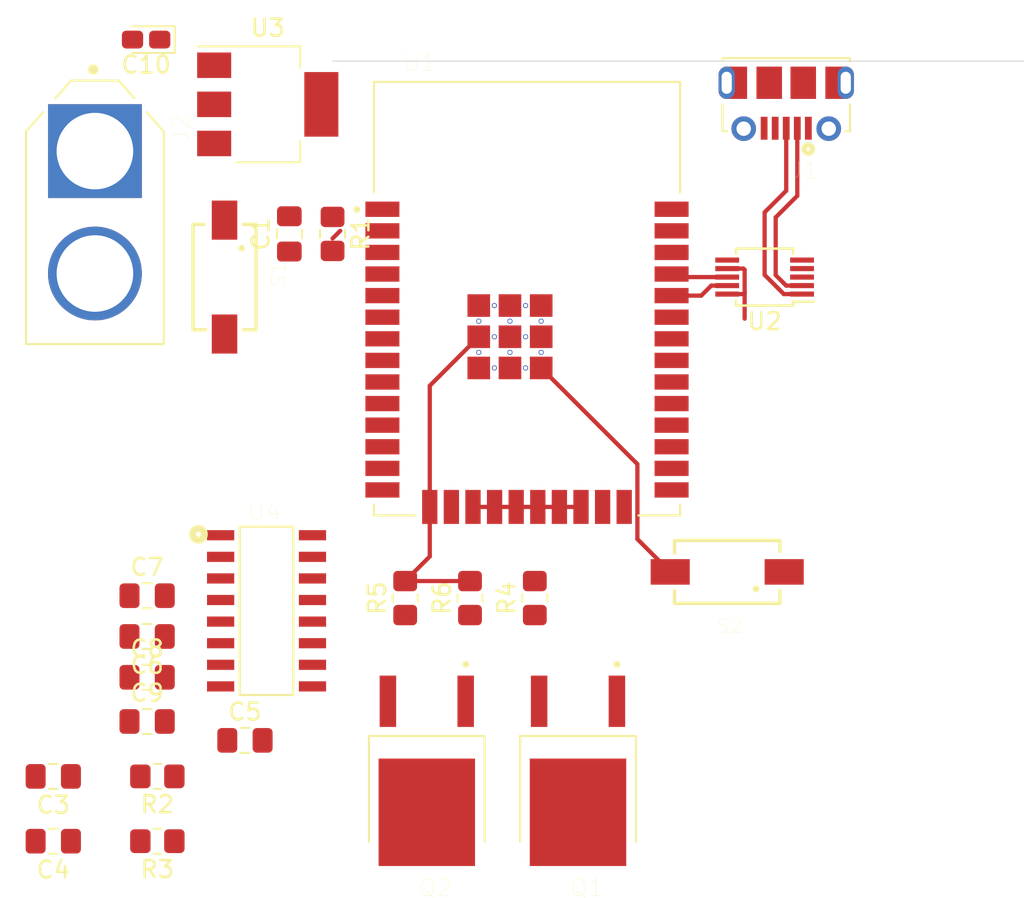
<source format=kicad_pcb>
(kicad_pcb (version 20171130) (host pcbnew "(5.1.9-0-10_14)")

  (general
    (thickness 1.6)
    (drawings 8)
    (tracks 36)
    (zones 0)
    (modules 25)
    (nets 56)
  )

  (page A4)
  (layers
    (0 F.Cu signal)
    (31 B.Cu signal)
    (32 B.Adhes user)
    (33 F.Adhes user)
    (34 B.Paste user)
    (35 F.Paste user)
    (36 B.SilkS user)
    (37 F.SilkS user)
    (38 B.Mask user)
    (39 F.Mask user)
    (40 Dwgs.User user)
    (41 Cmts.User user)
    (42 Eco1.User user)
    (43 Eco2.User user)
    (44 Edge.Cuts user)
    (45 Margin user)
    (46 B.CrtYd user)
    (47 F.CrtYd user)
    (48 B.Fab user)
    (49 F.Fab user)
  )

  (setup
    (last_trace_width 0.25)
    (trace_clearance 0.2)
    (zone_clearance 0.508)
    (zone_45_only no)
    (trace_min 0.2)
    (via_size 0.8)
    (via_drill 0.4)
    (via_min_size 0.4)
    (via_min_drill 0.3)
    (uvia_size 0.3)
    (uvia_drill 0.1)
    (uvias_allowed no)
    (uvia_min_size 0.2)
    (uvia_min_drill 0.1)
    (edge_width 0.05)
    (segment_width 0.2)
    (pcb_text_width 0.3)
    (pcb_text_size 1.5 1.5)
    (mod_edge_width 0.12)
    (mod_text_size 1 1)
    (mod_text_width 0.15)
    (pad_size 1.524 1.524)
    (pad_drill 0.762)
    (pad_to_mask_clearance 0)
    (aux_axis_origin 0 0)
    (visible_elements 7FFFFFFF)
    (pcbplotparams
      (layerselection 0x010fc_ffffffff)
      (usegerberextensions false)
      (usegerberattributes true)
      (usegerberadvancedattributes true)
      (creategerberjobfile true)
      (excludeedgelayer true)
      (linewidth 0.100000)
      (plotframeref false)
      (viasonmask false)
      (mode 1)
      (useauxorigin false)
      (hpglpennumber 1)
      (hpglpenspeed 20)
      (hpglpendiameter 15.000000)
      (psnegative false)
      (psa4output false)
      (plotreference true)
      (plotvalue true)
      (plotinvisibletext false)
      (padsonsilk false)
      (subtractmaskfromsilk false)
      (outputformat 1)
      (mirror false)
      (drillshape 1)
      (scaleselection 1)
      (outputdirectory ""))
  )

  (net 0 "")
  (net 1 "Net-(C1-Pad1)")
  (net 2 "Net-(S2-Pad1)")
  (net 3 "Net-(U1-Pad37)")
  (net 4 "Net-(U1-Pad36)")
  (net 5 "Net-(U1-Pad33)")
  (net 6 "Net-(U1-Pad32)")
  (net 7 "Net-(U1-Pad31)")
  (net 8 "Net-(U1-Pad30)")
  (net 9 "Net-(U1-Pad29)")
  (net 10 "Net-(U1-Pad28)")
  (net 11 "Net-(U1-Pad27)")
  (net 12 "Net-(U1-Pad26)")
  (net 13 "Net-(U1-Pad23)")
  (net 14 "Net-(U1-Pad17)")
  (net 15 "Net-(U1-Pad16)")
  (net 16 "Net-(U1-Pad14)")
  (net 17 "Net-(U1-Pad13)")
  (net 18 "Net-(U1-Pad12)")
  (net 19 "Net-(U1-Pad11)")
  (net 20 "Net-(U1-Pad10)")
  (net 21 "Net-(U1-Pad9)")
  (net 22 "Net-(U1-Pad8)")
  (net 23 "Net-(U1-Pad7)")
  (net 24 "Net-(U1-Pad6)")
  (net 25 "Net-(U1-Pad5)")
  (net 26 "Net-(U1-Pad4)")
  (net 27 "Net-(J1-Pad4)")
  (net 28 "Net-(J1-Pad3)")
  (net 29 "Net-(J1-Pad2)")
  (net 30 "Net-(U2-Pad6)")
  (net 31 "Net-(U2-Pad5)")
  (net 32 "Net-(U2-Pad4)")
  (net 33 "Net-(J2-Pad2)")
  (net 34 3V3)
  (net 35 TXD)
  (net 36 RXD)
  (net 37 5V)
  (net 38 INL)
  (net 39 "Net-(C3-Pad1)")
  (net 40 INR)
  (net 41 "Net-(C4-Pad1)")
  (net 42 "Net-(C5-Pad1)")
  (net 43 Mosfet_Out-)
  (net 44 "Net-(Q1-Pad1)")
  (net 45 "Net-(R2-Pad1)")
  (net 46 "Net-(R3-Pad1)")
  (net 47 Mosfet_Trig)
  (net 48 +OUT_R)
  (net 49 -OUT_R)
  (net 50 SHND)
  (net 51 mute)
  (net 52 -OUT_L)
  (net 53 +OUT_L)
  (net 54 GND)
  (net 55 "Net-(J1-Pad1)")

  (net_class Default "This is the default net class."
    (clearance 0.2)
    (trace_width 0.25)
    (via_dia 0.8)
    (via_drill 0.4)
    (uvia_dia 0.3)
    (uvia_drill 0.1)
    (add_net +OUT_L)
    (add_net +OUT_R)
    (add_net -OUT_L)
    (add_net -OUT_R)
    (add_net 3V3)
    (add_net 5V)
    (add_net GND)
    (add_net INL)
    (add_net INR)
    (add_net Mosfet_Out-)
    (add_net Mosfet_Trig)
    (add_net "Net-(C1-Pad1)")
    (add_net "Net-(C3-Pad1)")
    (add_net "Net-(C4-Pad1)")
    (add_net "Net-(C5-Pad1)")
    (add_net "Net-(J1-Pad1)")
    (add_net "Net-(J1-Pad2)")
    (add_net "Net-(J1-Pad3)")
    (add_net "Net-(J1-Pad4)")
    (add_net "Net-(J2-Pad2)")
    (add_net "Net-(Q1-Pad1)")
    (add_net "Net-(R2-Pad1)")
    (add_net "Net-(R3-Pad1)")
    (add_net "Net-(S2-Pad1)")
    (add_net "Net-(U1-Pad10)")
    (add_net "Net-(U1-Pad11)")
    (add_net "Net-(U1-Pad12)")
    (add_net "Net-(U1-Pad13)")
    (add_net "Net-(U1-Pad14)")
    (add_net "Net-(U1-Pad16)")
    (add_net "Net-(U1-Pad17)")
    (add_net "Net-(U1-Pad23)")
    (add_net "Net-(U1-Pad26)")
    (add_net "Net-(U1-Pad27)")
    (add_net "Net-(U1-Pad28)")
    (add_net "Net-(U1-Pad29)")
    (add_net "Net-(U1-Pad30)")
    (add_net "Net-(U1-Pad31)")
    (add_net "Net-(U1-Pad32)")
    (add_net "Net-(U1-Pad33)")
    (add_net "Net-(U1-Pad36)")
    (add_net "Net-(U1-Pad37)")
    (add_net "Net-(U1-Pad4)")
    (add_net "Net-(U1-Pad5)")
    (add_net "Net-(U1-Pad6)")
    (add_net "Net-(U1-Pad7)")
    (add_net "Net-(U1-Pad8)")
    (add_net "Net-(U1-Pad9)")
    (add_net "Net-(U2-Pad4)")
    (add_net "Net-(U2-Pad5)")
    (add_net "Net-(U2-Pad6)")
    (add_net RXD)
    (add_net SHND)
    (add_net TXD)
    (add_net mute)
  )

  (module 434111043826:434111043826 (layer F.Cu) (tedit 6040EFD3) (tstamp 60481745)
    (at 86.7 116.4 180)
    (descr "<B>WS-TASV</B><BR>6x3.5 mm SMD Tact Switch, 2 pins")
    (path /6040FDB7)
    (fp_text reference S2 (at -0.1556 -3.1769) (layer F.SilkS)
      (effects (font (size 0.8 0.8) (thickness 0.015)))
    )
    (fp_text value BOOT (at 3.0404 2.769) (layer F.Fab)
      (effects (font (size 0.8 0.8) (thickness 0.015)))
    )
    (fp_circle (center -1.7 -1) (end -1.6 -1) (layer F.SilkS) (width 0.2))
    (fp_poly (pts (xy -4.7 -2.05) (xy 4.7 -2.05) (xy 4.7 2.05) (xy -4.7 2.05)) (layer F.CrtYd) (width 0.1))
    (fp_line (start 3.1 1.85) (end 3.1 1.1) (layer F.SilkS) (width 0.2))
    (fp_line (start -3.1 1.85) (end 3.1 1.85) (layer F.SilkS) (width 0.2))
    (fp_line (start -3.1 1.2) (end -3.1 1.85) (layer F.SilkS) (width 0.2))
    (fp_line (start 3.1 -1.85) (end 3.1 -1.1) (layer F.SilkS) (width 0.2))
    (fp_line (start -3.1 -1.85) (end 3.1 -1.85) (layer F.SilkS) (width 0.2))
    (fp_line (start -3.1 -1.1) (end -3.1 -1.85) (layer F.SilkS) (width 0.2))
    (fp_line (start -3 -1.75) (end -3 1.75) (layer F.Fab) (width 0.1))
    (fp_line (start 3 -1.75) (end -3 -1.75) (layer F.Fab) (width 0.1))
    (fp_line (start 3 1.75) (end 3 -1.75) (layer F.Fab) (width 0.1))
    (fp_line (start -3 1.75) (end 3 1.75) (layer F.Fab) (width 0.1))
    (pad 1 smd rect (at -3.35 0 180) (size 2.3 1.5) (layers F.Cu F.Paste F.Mask)
      (net 2 "Net-(S2-Pad1)"))
    (pad 2 smd rect (at 3.35 0 180) (size 2.3 1.5) (layers F.Cu F.Paste F.Mask)
      (net 54 GND))
  )

  (module 434111043826:434111043826 (layer F.Cu) (tedit 6040EFD3) (tstamp 60481733)
    (at 57.15 99.06 270)
    (descr "<B>WS-TASV</B><BR>6x3.5 mm SMD Tact Switch, 2 pins")
    (path /6040F46E)
    (fp_text reference S1 (at -0.1556 -3.1769 90) (layer F.SilkS)
      (effects (font (size 0.8 0.8) (thickness 0.015)))
    )
    (fp_text value EN (at 3.0404 2.769 90) (layer F.Fab)
      (effects (font (size 0.8 0.8) (thickness 0.015)))
    )
    (fp_circle (center -1.7 -1) (end -1.6 -1) (layer F.SilkS) (width 0.2))
    (fp_poly (pts (xy -4.7 -2.05) (xy 4.7 -2.05) (xy 4.7 2.05) (xy -4.7 2.05)) (layer F.CrtYd) (width 0.1))
    (fp_line (start 3.1 1.85) (end 3.1 1.1) (layer F.SilkS) (width 0.2))
    (fp_line (start -3.1 1.85) (end 3.1 1.85) (layer F.SilkS) (width 0.2))
    (fp_line (start -3.1 1.2) (end -3.1 1.85) (layer F.SilkS) (width 0.2))
    (fp_line (start 3.1 -1.85) (end 3.1 -1.1) (layer F.SilkS) (width 0.2))
    (fp_line (start -3.1 -1.85) (end 3.1 -1.85) (layer F.SilkS) (width 0.2))
    (fp_line (start -3.1 -1.1) (end -3.1 -1.85) (layer F.SilkS) (width 0.2))
    (fp_line (start -3 -1.75) (end -3 1.75) (layer F.Fab) (width 0.1))
    (fp_line (start 3 -1.75) (end -3 -1.75) (layer F.Fab) (width 0.1))
    (fp_line (start 3 1.75) (end 3 -1.75) (layer F.Fab) (width 0.1))
    (fp_line (start -3 1.75) (end 3 1.75) (layer F.Fab) (width 0.1))
    (pad 1 smd rect (at -3.35 0 270) (size 2.3 1.5) (layers F.Cu F.Paste F.Mask)
      (net 54 GND))
    (pad 2 smd rect (at 3.35 0 270) (size 2.3 1.5) (layers F.Cu F.Paste F.Mask)
      (net 1 "Net-(C1-Pad1)"))
  )

  (module Capacitor_Tantalum_SMD:CP_EIA-1608-08_AVX-J_Pad1.25x1.05mm_HandSolder (layer F.Cu) (tedit 5EBA9318) (tstamp 6048A265)
    (at 52.54 85.09 180)
    (descr "Tantalum Capacitor SMD AVX-J (1608-08 Metric), IPC_7351 nominal, (Body size from: https://www.vishay.com/docs/48064/_t58_vmn_pt0471_1601.pdf), generated with kicad-footprint-generator")
    (tags "capacitor tantalum")
    (path /60484A4F)
    (attr smd)
    (fp_text reference C10 (at 0 -1.48) (layer F.SilkS)
      (effects (font (size 1 1) (thickness 0.15)))
    )
    (fp_text value CP (at 0 1.48) (layer F.Fab)
      (effects (font (size 1 1) (thickness 0.15)))
    )
    (fp_line (start 1.68 0.78) (end -1.68 0.78) (layer F.CrtYd) (width 0.05))
    (fp_line (start 1.68 -0.78) (end 1.68 0.78) (layer F.CrtYd) (width 0.05))
    (fp_line (start -1.68 -0.78) (end 1.68 -0.78) (layer F.CrtYd) (width 0.05))
    (fp_line (start -1.68 0.78) (end -1.68 -0.78) (layer F.CrtYd) (width 0.05))
    (fp_line (start -1.685 0.785) (end 0.8 0.785) (layer F.SilkS) (width 0.12))
    (fp_line (start -1.685 -0.785) (end -1.685 0.785) (layer F.SilkS) (width 0.12))
    (fp_line (start 0.8 -0.785) (end -1.685 -0.785) (layer F.SilkS) (width 0.12))
    (fp_line (start 0.8 0.425) (end 0.8 -0.425) (layer F.Fab) (width 0.1))
    (fp_line (start -0.8 0.425) (end 0.8 0.425) (layer F.Fab) (width 0.1))
    (fp_line (start -0.8 -0.125) (end -0.8 0.425) (layer F.Fab) (width 0.1))
    (fp_line (start -0.5 -0.425) (end -0.8 -0.125) (layer F.Fab) (width 0.1))
    (fp_line (start 0.8 -0.425) (end -0.5 -0.425) (layer F.Fab) (width 0.1))
    (fp_text user %R (at 0 0 270) (layer F.Fab)
      (effects (font (size 0.4 0.4) (thickness 0.06)))
    )
    (pad 2 smd roundrect (at 0.8 0 180) (size 1.25 1.05) (layers F.Cu F.Paste F.Mask) (roundrect_rratio 0.238095)
      (net 54 GND))
    (pad 1 smd roundrect (at -0.8 0 180) (size 1.25 1.05) (layers F.Cu F.Paste F.Mask) (roundrect_rratio 0.238095)
      (net 34 3V3))
    (model ${KISYS3DMOD}/Capacitor_Tantalum_SMD.3dshapes/CP_EIA-1608-08_AVX-J.wrl
      (at (xyz 0 0 0))
      (scale (xyz 1 1 1))
      (rotate (xyz 0 0 0))
    )
  )

  (module mylibs:SOIC127P605X150-16N (layer F.Cu) (tedit 6041FB5E) (tstamp 604899F9)
    (at 59.62 118.69)
    (path /60500031)
    (fp_text reference U4 (at -0.12511 -5.83978) (layer F.SilkS)
      (effects (font (size 1.000819 1.000819) (thickness 0.015)))
    )
    (fp_text value PAM8403DR (at 8.48181 5.77641) (layer F.Fab)
      (effects (font (size 1.001984 1.001984) (thickness 0.015)))
    )
    (fp_line (start -1.575 -4.95) (end -1.575 4.95) (layer F.SilkS) (width 0.127))
    (fp_line (start -1.575 4.95) (end 1.575 4.95) (layer F.SilkS) (width 0.127))
    (fp_line (start 1.575 4.95) (end 1.575 -4.95) (layer F.SilkS) (width 0.127))
    (fp_line (start 1.575 -4.95) (end -1.575 -4.95) (layer F.SilkS) (width 0.127))
    (fp_line (start -3.75 -5.25) (end 3.75 -5.25) (layer F.CrtYd) (width 0.127))
    (fp_line (start 3.75 -5.25) (end 3.75 5.25) (layer F.CrtYd) (width 0.127))
    (fp_line (start 3.75 5.25) (end -3.75 5.25) (layer F.CrtYd) (width 0.127))
    (fp_line (start -3.75 5.25) (end -3.75 -5.25) (layer F.CrtYd) (width 0.127))
    (fp_circle (center -4 -4.5) (end -3.858581 -4.5) (layer F.SilkS) (width 0.4064))
    (pad 16 smd rect (at 2.7 -4.445) (size 1.6 0.6) (layers F.Cu F.Paste F.Mask)
      (net 48 +OUT_R))
    (pad 15 smd rect (at 2.7 -3.175) (size 1.6 0.6) (layers F.Cu F.Paste F.Mask)
      (net 54 GND))
    (pad 14 smd rect (at 2.7 -1.905) (size 1.6 0.6) (layers F.Cu F.Paste F.Mask)
      (net 49 -OUT_R))
    (pad 13 smd rect (at 2.7 -0.635) (size 1.6 0.6) (layers F.Cu F.Paste F.Mask)
      (net 37 5V))
    (pad 12 smd rect (at 2.7 0.635) (size 1.6 0.6) (layers F.Cu F.Paste F.Mask)
      (net 50 SHND))
    (pad 11 smd rect (at 2.7 1.905) (size 1.6 0.6) (layers F.Cu F.Paste F.Mask)
      (net 54 GND))
    (pad 10 smd rect (at 2.7 3.175) (size 1.6 0.6) (layers F.Cu F.Paste F.Mask)
      (net 46 "Net-(R3-Pad1)"))
    (pad 9 smd rect (at 2.7 4.445) (size 1.6 0.6) (layers F.Cu F.Paste F.Mask))
    (pad 8 smd rect (at -2.7 4.445) (size 1.6 0.6) (layers F.Cu F.Paste F.Mask)
      (net 42 "Net-(C5-Pad1)"))
    (pad 7 smd rect (at -2.7 3.175) (size 1.6 0.6) (layers F.Cu F.Paste F.Mask)
      (net 45 "Net-(R2-Pad1)"))
    (pad 6 smd rect (at -2.7 1.905) (size 1.6 0.6) (layers F.Cu F.Paste F.Mask)
      (net 37 5V))
    (pad 5 smd rect (at -2.7 0.635) (size 1.6 0.6) (layers F.Cu F.Paste F.Mask)
      (net 51 mute))
    (pad 4 smd rect (at -2.7 -0.635) (size 1.6 0.6) (layers F.Cu F.Paste F.Mask)
      (net 37 5V))
    (pad 3 smd rect (at -2.7 -1.905) (size 1.6 0.6) (layers F.Cu F.Paste F.Mask)
      (net 52 -OUT_L))
    (pad 2 smd rect (at -2.7 -3.175) (size 1.6 0.6) (layers F.Cu F.Paste F.Mask)
      (net 54 GND))
    (pad 1 smd rect (at -2.7 -4.445) (size 1.6 0.6) (layers F.Cu F.Paste F.Mask)
      (net 53 +OUT_L))
  )

  (module Package_TO_SOT_SMD:SOT-223-3_TabPin2 (layer F.Cu) (tedit 5A02FF57) (tstamp 6048A29E)
    (at 59.69 88.9)
    (descr "module CMS SOT223 4 pins")
    (tags "CMS SOT")
    (path /60450E15)
    (attr smd)
    (fp_text reference U3 (at 0 -4.5) (layer F.SilkS)
      (effects (font (size 1 1) (thickness 0.15)))
    )
    (fp_text value AMS1117-3.3 (at 0 4.5) (layer F.Fab)
      (effects (font (size 1 1) (thickness 0.15)))
    )
    (fp_line (start 1.91 3.41) (end 1.91 2.15) (layer F.SilkS) (width 0.12))
    (fp_line (start 1.91 -3.41) (end 1.91 -2.15) (layer F.SilkS) (width 0.12))
    (fp_line (start 4.4 -3.6) (end -4.4 -3.6) (layer F.CrtYd) (width 0.05))
    (fp_line (start 4.4 3.6) (end 4.4 -3.6) (layer F.CrtYd) (width 0.05))
    (fp_line (start -4.4 3.6) (end 4.4 3.6) (layer F.CrtYd) (width 0.05))
    (fp_line (start -4.4 -3.6) (end -4.4 3.6) (layer F.CrtYd) (width 0.05))
    (fp_line (start -1.85 -2.35) (end -0.85 -3.35) (layer F.Fab) (width 0.1))
    (fp_line (start -1.85 -2.35) (end -1.85 3.35) (layer F.Fab) (width 0.1))
    (fp_line (start -1.85 3.41) (end 1.91 3.41) (layer F.SilkS) (width 0.12))
    (fp_line (start -0.85 -3.35) (end 1.85 -3.35) (layer F.Fab) (width 0.1))
    (fp_line (start -4.1 -3.41) (end 1.91 -3.41) (layer F.SilkS) (width 0.12))
    (fp_line (start -1.85 3.35) (end 1.85 3.35) (layer F.Fab) (width 0.1))
    (fp_line (start 1.85 -3.35) (end 1.85 3.35) (layer F.Fab) (width 0.1))
    (fp_text user %R (at 0 0 90) (layer F.Fab)
      (effects (font (size 0.8 0.8) (thickness 0.12)))
    )
    (pad 1 smd rect (at -3.15 -2.3) (size 2 1.5) (layers F.Cu F.Paste F.Mask)
      (net 54 GND))
    (pad 3 smd rect (at -3.15 2.3) (size 2 1.5) (layers F.Cu F.Paste F.Mask)
      (net 33 "Net-(J2-Pad2)"))
    (pad 2 smd rect (at -3.15 0) (size 2 1.5) (layers F.Cu F.Paste F.Mask)
      (net 34 3V3))
    (pad 2 smd rect (at 3.15 0) (size 2 3.8) (layers F.Cu F.Paste F.Mask)
      (net 34 3V3))
    (model ${KISYS3DMOD}/Package_TO_SOT_SMD.3dshapes/SOT-223.wrl
      (at (xyz 0 0 0))
      (scale (xyz 1 1 1))
      (rotate (xyz 0 0 0))
    )
  )

  (module Package_SO:MSOP-10_3x3mm_P0.5mm (layer F.Cu) (tedit 5A02F25C) (tstamp 6048641B)
    (at 88.9 99.06 180)
    (descr "10-Lead Plastic Micro Small Outline Package (MS) [MSOP] (see Microchip Packaging Specification 00000049BS.pdf)")
    (tags "SSOP 0.5")
    (path /6042ABCA)
    (attr smd)
    (fp_text reference U2 (at 0 -2.6) (layer F.SilkS)
      (effects (font (size 1 1) (thickness 0.15)))
    )
    (fp_text value CH340E (at 0 2.6) (layer F.Fab)
      (effects (font (size 1 1) (thickness 0.15)))
    )
    (fp_line (start -0.5 -1.5) (end 1.5 -1.5) (layer F.Fab) (width 0.15))
    (fp_line (start 1.5 -1.5) (end 1.5 1.5) (layer F.Fab) (width 0.15))
    (fp_line (start 1.5 1.5) (end -1.5 1.5) (layer F.Fab) (width 0.15))
    (fp_line (start -1.5 1.5) (end -1.5 -0.5) (layer F.Fab) (width 0.15))
    (fp_line (start -1.5 -0.5) (end -0.5 -1.5) (layer F.Fab) (width 0.15))
    (fp_line (start -3.15 -1.85) (end -3.15 1.85) (layer F.CrtYd) (width 0.05))
    (fp_line (start 3.15 -1.85) (end 3.15 1.85) (layer F.CrtYd) (width 0.05))
    (fp_line (start -3.15 -1.85) (end 3.15 -1.85) (layer F.CrtYd) (width 0.05))
    (fp_line (start -3.15 1.85) (end 3.15 1.85) (layer F.CrtYd) (width 0.05))
    (fp_line (start -1.675 -1.675) (end -1.675 -1.45) (layer F.SilkS) (width 0.15))
    (fp_line (start 1.675 -1.675) (end 1.675 -1.375) (layer F.SilkS) (width 0.15))
    (fp_line (start 1.675 1.675) (end 1.675 1.375) (layer F.SilkS) (width 0.15))
    (fp_line (start -1.675 1.675) (end -1.675 1.375) (layer F.SilkS) (width 0.15))
    (fp_line (start -1.675 -1.675) (end 1.675 -1.675) (layer F.SilkS) (width 0.15))
    (fp_line (start -1.675 1.675) (end 1.675 1.675) (layer F.SilkS) (width 0.15))
    (fp_line (start -1.675 -1.45) (end -2.9 -1.45) (layer F.SilkS) (width 0.15))
    (fp_text user %R (at 0 0) (layer F.Fab)
      (effects (font (size 0.6 0.6) (thickness 0.15)))
    )
    (pad 10 smd rect (at 2.2 -1 180) (size 1.4 0.3) (layers F.Cu F.Paste F.Mask)
      (net 34 3V3))
    (pad 9 smd rect (at 2.2 -0.5 180) (size 1.4 0.3) (layers F.Cu F.Paste F.Mask)
      (net 36 RXD))
    (pad 8 smd rect (at 2.2 0 180) (size 1.4 0.3) (layers F.Cu F.Paste F.Mask)
      (net 35 TXD))
    (pad 7 smd rect (at 2.2 0.5 180) (size 1.4 0.3) (layers F.Cu F.Paste F.Mask)
      (net 34 3V3))
    (pad 6 smd rect (at 2.2 1 180) (size 1.4 0.3) (layers F.Cu F.Paste F.Mask)
      (net 30 "Net-(U2-Pad6)"))
    (pad 5 smd rect (at -2.2 1 180) (size 1.4 0.3) (layers F.Cu F.Paste F.Mask)
      (net 31 "Net-(U2-Pad5)"))
    (pad 4 smd rect (at -2.2 0.5 180) (size 1.4 0.3) (layers F.Cu F.Paste F.Mask)
      (net 32 "Net-(U2-Pad4)"))
    (pad 3 smd rect (at -2.2 0 180) (size 1.4 0.3) (layers F.Cu F.Paste F.Mask)
      (net 54 GND))
    (pad 2 smd rect (at -2.2 -0.5 180) (size 1.4 0.3) (layers F.Cu F.Paste F.Mask)
      (net 29 "Net-(J1-Pad2)"))
    (pad 1 smd rect (at -2.2 -1 180) (size 1.4 0.3) (layers F.Cu F.Paste F.Mask)
      (net 28 "Net-(J1-Pad3)"))
    (model ${KISYS3DMOD}/Package_SO.3dshapes/MSOP-10_3x3mm_P0.5mm.wrl
      (at (xyz 0 0 0))
      (scale (xyz 1 1 1))
      (rotate (xyz 0 0 0))
    )
  )

  (module "mylibs:MODULE_ESP32-WROOM-32E_(16MB)" (layer F.Cu) (tedit 6040FBB3) (tstamp 6042C811)
    (at 74.93 100.33)
    (path /6041A503)
    (fp_text reference U1 (at -6.325 -13.885) (layer F.SilkS)
      (effects (font (size 1 1) (thickness 0.015)))
    )
    (fp_text value "ESP32-WROOM-32E_(16MB)" (at 8.915 14.365) (layer F.Fab)
      (effects (font (size 1 1) (thickness 0.015)))
    )
    (fp_line (start -9 -12.75) (end 9 -12.75) (layer F.Fab) (width 0.127))
    (fp_line (start 9 -12.75) (end 9 -6.45) (layer F.Fab) (width 0.127))
    (fp_line (start 9 -6.45) (end 9 12.75) (layer F.Fab) (width 0.127))
    (fp_line (start 9 12.75) (end -9 12.75) (layer F.Fab) (width 0.127))
    (fp_line (start -9 12.75) (end -9 -6.45) (layer F.Fab) (width 0.127))
    (fp_line (start -9 -12.75) (end -9 -6.45) (layer F.Fab) (width 0.127))
    (fp_line (start -9 -6.45) (end 9 -6.45) (layer F.Fab) (width 0.127))
    (fp_poly (pts (xy -9 -12.75) (xy 9 -12.75) (xy 9 -6.45) (xy -9 -6.45)) (layer Dwgs.User) (width 0.01))
    (fp_poly (pts (xy -9 -12.75) (xy 9 -12.75) (xy 9 -6.45) (xy -9 -6.45)) (layer Dwgs.User) (width 0.01))
    (fp_line (start -9.25 -13) (end 9.25 -13) (layer F.CrtYd) (width 0.05))
    (fp_line (start 9.25 -13) (end 9.25 -6) (layer F.CrtYd) (width 0.05))
    (fp_line (start 9.25 -6) (end 9.75 -6) (layer F.CrtYd) (width 0.05))
    (fp_line (start 9.75 -6) (end 9.75 13.5) (layer F.CrtYd) (width 0.05))
    (fp_line (start 9.75 13.5) (end -9.75 13.5) (layer F.CrtYd) (width 0.05))
    (fp_line (start -9.75 13.5) (end -9.75 -6) (layer F.CrtYd) (width 0.05))
    (fp_line (start -9.75 -6) (end -9.25 -6) (layer F.CrtYd) (width 0.05))
    (fp_line (start -9.25 -6) (end -9.25 -13) (layer F.CrtYd) (width 0.05))
    (fp_circle (center -10 -5.25) (end -9.9 -5.25) (layer F.Fab) (width 0.2))
    (fp_circle (center -10 -5.25) (end -9.9 -5.25) (layer F.SilkS) (width 0.2))
    (fp_line (start -9 12.1) (end -9 12.75) (layer F.SilkS) (width 0.127))
    (fp_line (start -9 12.75) (end -6.55 12.75) (layer F.SilkS) (width 0.127))
    (fp_line (start 6.55 12.75) (end 9 12.75) (layer F.SilkS) (width 0.127))
    (fp_line (start 9 12.75) (end 9 12.1) (layer F.SilkS) (width 0.127))
    (fp_line (start -9 -6.25) (end -9 -12.75) (layer F.SilkS) (width 0.127))
    (fp_line (start -9 -12.75) (end 9 -12.75) (layer F.SilkS) (width 0.127))
    (fp_line (start 9 -12.75) (end 9 -6.25) (layer F.SilkS) (width 0.127))
    (fp_text user ANTENNA (at -6 -9) (layer F.Fab)
      (effects (font (size 1.4 1.4) (thickness 0.015)))
    )
    (pad 39_21 thru_hole circle (at -0.0825 4.075) (size 0.3 0.3) (drill 0.2) (layers *.Cu *.Mask)
      (net 54 GND))
    (pad 39_20 thru_hole circle (at -1.9175 4.075) (size 0.3 0.3) (drill 0.2) (layers *.Cu *.Mask)
      (net 54 GND))
    (pad 39_19 thru_hole circle (at 0.835 3.1575) (size 0.3 0.3) (drill 0.2) (layers *.Cu *.Mask)
      (net 54 GND))
    (pad 39_18 thru_hole circle (at -1 3.1575) (size 0.3 0.3) (drill 0.2) (layers *.Cu *.Mask)
      (net 54 GND))
    (pad 39_17 thru_hole circle (at -2.835 3.1575) (size 0.3 0.3) (drill 0.2) (layers *.Cu *.Mask)
      (net 54 GND))
    (pad 39_16 thru_hole circle (at -0.0825 2.24) (size 0.3 0.3) (drill 0.2) (layers *.Cu *.Mask)
      (net 54 GND))
    (pad 39_15 thru_hole circle (at -1.9175 2.24) (size 0.3 0.3) (drill 0.2) (layers *.Cu *.Mask)
      (net 54 GND))
    (pad 39_14 thru_hole circle (at 0.835 1.3225) (size 0.3 0.3) (drill 0.2) (layers *.Cu *.Mask)
      (net 54 GND))
    (pad 39_13 thru_hole circle (at -1 1.3225) (size 0.3 0.3) (drill 0.2) (layers *.Cu *.Mask)
      (net 54 GND))
    (pad 39_12 thru_hole circle (at -2.835 1.3225) (size 0.3 0.3) (drill 0.2) (layers *.Cu *.Mask)
      (net 54 GND))
    (pad 39_11 thru_hole circle (at -0.0825 0.405) (size 0.3 0.3) (drill 0.2) (layers *.Cu *.Mask)
      (net 54 GND))
    (pad 39_10 thru_hole circle (at -1.9175 0.405) (size 0.3 0.3) (drill 0.2) (layers *.Cu *.Mask)
      (net 54 GND))
    (pad 39_9 smd rect (at 0.835 4.075) (size 1.33 1.33) (layers F.Cu F.Paste F.Mask)
      (net 54 GND))
    (pad 39_8 smd rect (at -1 4.075) (size 1.33 1.33) (layers F.Cu F.Paste F.Mask)
      (net 54 GND))
    (pad 39_7 smd rect (at -2.835 4.075) (size 1.33 1.33) (layers F.Cu F.Paste F.Mask)
      (net 54 GND))
    (pad 39_6 smd rect (at 0.835 2.24) (size 1.33 1.33) (layers F.Cu F.Paste F.Mask)
      (net 54 GND))
    (pad 39_5 smd rect (at -1 2.24) (size 1.33 1.33) (layers F.Cu F.Paste F.Mask)
      (net 54 GND))
    (pad 39_4 smd rect (at -2.835 2.24) (size 1.33 1.33) (layers F.Cu F.Paste F.Mask)
      (net 54 GND))
    (pad 39_3 smd rect (at 0.835 0.405) (size 1.33 1.33) (layers F.Cu F.Paste F.Mask)
      (net 54 GND))
    (pad 39_2 smd rect (at -1 0.405) (size 1.33 1.33) (layers F.Cu F.Paste F.Mask)
      (net 54 GND))
    (pad 39_1 smd rect (at -2.835 0.405) (size 1.33 1.33) (layers F.Cu F.Paste F.Mask)
      (net 54 GND))
    (pad 38 smd rect (at 8.5 -5.26) (size 2 0.9) (layers F.Cu F.Paste F.Mask)
      (net 54 GND))
    (pad 37 smd rect (at 8.5 -3.99) (size 2 0.9) (layers F.Cu F.Paste F.Mask)
      (net 3 "Net-(U1-Pad37)"))
    (pad 36 smd rect (at 8.5 -2.72) (size 2 0.9) (layers F.Cu F.Paste F.Mask)
      (net 4 "Net-(U1-Pad36)"))
    (pad 35 smd rect (at 8.5 -1.45) (size 2 0.9) (layers F.Cu F.Paste F.Mask)
      (net 35 TXD))
    (pad 34 smd rect (at 8.5 -0.18) (size 2 0.9) (layers F.Cu F.Paste F.Mask)
      (net 36 RXD))
    (pad 33 smd rect (at 8.5 1.09) (size 2 0.9) (layers F.Cu F.Paste F.Mask)
      (net 5 "Net-(U1-Pad33)"))
    (pad 32 smd rect (at 8.5 2.36) (size 2 0.9) (layers F.Cu F.Paste F.Mask)
      (net 6 "Net-(U1-Pad32)"))
    (pad 31 smd rect (at 8.5 3.63) (size 2 0.9) (layers F.Cu F.Paste F.Mask)
      (net 7 "Net-(U1-Pad31)"))
    (pad 30 smd rect (at 8.5 4.9) (size 2 0.9) (layers F.Cu F.Paste F.Mask)
      (net 8 "Net-(U1-Pad30)"))
    (pad 29 smd rect (at 8.5 6.17) (size 2 0.9) (layers F.Cu F.Paste F.Mask)
      (net 9 "Net-(U1-Pad29)"))
    (pad 28 smd rect (at 8.5 7.44) (size 2 0.9) (layers F.Cu F.Paste F.Mask)
      (net 10 "Net-(U1-Pad28)"))
    (pad 27 smd rect (at 8.5 8.71) (size 2 0.9) (layers F.Cu F.Paste F.Mask)
      (net 11 "Net-(U1-Pad27)"))
    (pad 26 smd rect (at 8.5 9.98) (size 2 0.9) (layers F.Cu F.Paste F.Mask)
      (net 12 "Net-(U1-Pad26)"))
    (pad 25 smd rect (at 8.5 11.25) (size 2 0.9) (layers F.Cu F.Paste F.Mask)
      (net 2 "Net-(S2-Pad1)"))
    (pad 24 smd rect (at 5.715 12.25) (size 0.9 2) (layers F.Cu F.Paste F.Mask)
      (net 47 Mosfet_Trig))
    (pad 23 smd rect (at 4.445 12.25) (size 0.9 2) (layers F.Cu F.Paste F.Mask)
      (net 13 "Net-(U1-Pad23)"))
    (pad 22 smd rect (at 3.175 12.25) (size 0.9 2) (layers F.Cu F.Paste F.Mask)
      (net 14 "Net-(U1-Pad17)"))
    (pad 21 smd rect (at 1.905 12.25) (size 0.9 2) (layers F.Cu F.Paste F.Mask)
      (net 14 "Net-(U1-Pad17)"))
    (pad 20 smd rect (at 0.635 12.25) (size 0.9 2) (layers F.Cu F.Paste F.Mask)
      (net 14 "Net-(U1-Pad17)"))
    (pad 19 smd rect (at -0.635 12.25) (size 0.9 2) (layers F.Cu F.Paste F.Mask)
      (net 14 "Net-(U1-Pad17)"))
    (pad 18 smd rect (at -1.905 12.25) (size 0.9 2) (layers F.Cu F.Paste F.Mask)
      (net 14 "Net-(U1-Pad17)"))
    (pad 17 smd rect (at -3.175 12.25) (size 0.9 2) (layers F.Cu F.Paste F.Mask)
      (net 14 "Net-(U1-Pad17)"))
    (pad 16 smd rect (at -4.445 12.25) (size 0.9 2) (layers F.Cu F.Paste F.Mask)
      (net 15 "Net-(U1-Pad16)"))
    (pad 15 smd rect (at -5.715 12.25) (size 0.9 2) (layers F.Cu F.Paste F.Mask)
      (net 54 GND))
    (pad 14 smd rect (at -8.5 11.25) (size 2 0.9) (layers F.Cu F.Paste F.Mask)
      (net 16 "Net-(U1-Pad14)"))
    (pad 13 smd rect (at -8.5 9.98) (size 2 0.9) (layers F.Cu F.Paste F.Mask)
      (net 17 "Net-(U1-Pad13)"))
    (pad 12 smd rect (at -8.5 8.71) (size 2 0.9) (layers F.Cu F.Paste F.Mask)
      (net 18 "Net-(U1-Pad12)"))
    (pad 11 smd rect (at -8.5 7.44) (size 2 0.9) (layers F.Cu F.Paste F.Mask)
      (net 19 "Net-(U1-Pad11)"))
    (pad 10 smd rect (at -8.5 6.17) (size 2 0.9) (layers F.Cu F.Paste F.Mask)
      (net 20 "Net-(U1-Pad10)"))
    (pad 9 smd rect (at -8.5 4.9) (size 2 0.9) (layers F.Cu F.Paste F.Mask)
      (net 21 "Net-(U1-Pad9)"))
    (pad 8 smd rect (at -8.5 3.63) (size 2 0.9) (layers F.Cu F.Paste F.Mask)
      (net 22 "Net-(U1-Pad8)"))
    (pad 7 smd rect (at -8.5 2.36) (size 2 0.9) (layers F.Cu F.Paste F.Mask)
      (net 23 "Net-(U1-Pad7)"))
    (pad 6 smd rect (at -8.5 1.09) (size 2 0.9) (layers F.Cu F.Paste F.Mask)
      (net 24 "Net-(U1-Pad6)"))
    (pad 5 smd rect (at -8.5 -0.18) (size 2 0.9) (layers F.Cu F.Paste F.Mask)
      (net 25 "Net-(U1-Pad5)"))
    (pad 4 smd rect (at -8.5 -1.45) (size 2 0.9) (layers F.Cu F.Paste F.Mask)
      (net 26 "Net-(U1-Pad4)"))
    (pad 3 smd rect (at -8.5 -2.72) (size 2 0.9) (layers F.Cu F.Paste F.Mask)
      (net 1 "Net-(C1-Pad1)"))
    (pad 2 smd rect (at -8.5 -3.99) (size 2 0.9) (layers F.Cu F.Paste F.Mask)
      (net 34 3V3))
    (pad 1 smd rect (at -8.5 -5.26) (size 2 0.9) (layers F.Cu F.Paste F.Mask)
      (net 54 GND))
  )

  (module Resistor_SMD:R_0805_2012Metric_Pad1.20x1.40mm_HandSolder (layer F.Cu) (tedit 5F68FEEE) (tstamp 604830ED)
    (at 71.58 117.94 90)
    (descr "Resistor SMD 0805 (2012 Metric), square (rectangular) end terminal, IPC_7351 nominal with elongated pad for handsoldering. (Body size source: IPC-SM-782 page 72, https://www.pcb-3d.com/wordpress/wp-content/uploads/ipc-sm-782a_amendment_1_and_2.pdf), generated with kicad-footprint-generator")
    (tags "resistor handsolder")
    (path /60423DD5)
    (attr smd)
    (fp_text reference R6 (at 0 -1.65 90) (layer F.SilkS)
      (effects (font (size 1 1) (thickness 0.15)))
    )
    (fp_text value R (at 0 1.65 90) (layer F.Fab)
      (effects (font (size 1 1) (thickness 0.15)))
    )
    (fp_line (start -1 0.625) (end -1 -0.625) (layer F.Fab) (width 0.1))
    (fp_line (start -1 -0.625) (end 1 -0.625) (layer F.Fab) (width 0.1))
    (fp_line (start 1 -0.625) (end 1 0.625) (layer F.Fab) (width 0.1))
    (fp_line (start 1 0.625) (end -1 0.625) (layer F.Fab) (width 0.1))
    (fp_line (start -0.227064 -0.735) (end 0.227064 -0.735) (layer F.SilkS) (width 0.12))
    (fp_line (start -0.227064 0.735) (end 0.227064 0.735) (layer F.SilkS) (width 0.12))
    (fp_line (start -1.85 0.95) (end -1.85 -0.95) (layer F.CrtYd) (width 0.05))
    (fp_line (start -1.85 -0.95) (end 1.85 -0.95) (layer F.CrtYd) (width 0.05))
    (fp_line (start 1.85 -0.95) (end 1.85 0.95) (layer F.CrtYd) (width 0.05))
    (fp_line (start 1.85 0.95) (end -1.85 0.95) (layer F.CrtYd) (width 0.05))
    (fp_text user %R (at 0 0 90) (layer F.Fab)
      (effects (font (size 0.5 0.5) (thickness 0.08)))
    )
    (pad 2 smd roundrect (at 1 0 90) (size 1.2 1.4) (layers F.Cu F.Paste F.Mask) (roundrect_rratio 0.208333)
      (net 54 GND))
    (pad 1 smd roundrect (at -1 0 90) (size 1.2 1.4) (layers F.Cu F.Paste F.Mask) (roundrect_rratio 0.208333)
      (net 44 "Net-(Q1-Pad1)"))
    (model ${KISYS3DMOD}/Resistor_SMD.3dshapes/R_0805_2012Metric.wrl
      (at (xyz 0 0 0))
      (scale (xyz 1 1 1))
      (rotate (xyz 0 0 0))
    )
  )

  (module Resistor_SMD:R_0805_2012Metric_Pad1.20x1.40mm_HandSolder (layer F.Cu) (tedit 5F68FEEE) (tstamp 6048311D)
    (at 67.77 117.94 90)
    (descr "Resistor SMD 0805 (2012 Metric), square (rectangular) end terminal, IPC_7351 nominal with elongated pad for handsoldering. (Body size source: IPC-SM-782 page 72, https://www.pcb-3d.com/wordpress/wp-content/uploads/ipc-sm-782a_amendment_1_and_2.pdf), generated with kicad-footprint-generator")
    (tags "resistor handsolder")
    (path /6042498C)
    (attr smd)
    (fp_text reference R5 (at 0 -1.65 90) (layer F.SilkS)
      (effects (font (size 1 1) (thickness 0.15)))
    )
    (fp_text value R (at 0 1.65 90) (layer F.Fab)
      (effects (font (size 1 1) (thickness 0.15)))
    )
    (fp_line (start -1 0.625) (end -1 -0.625) (layer F.Fab) (width 0.1))
    (fp_line (start -1 -0.625) (end 1 -0.625) (layer F.Fab) (width 0.1))
    (fp_line (start 1 -0.625) (end 1 0.625) (layer F.Fab) (width 0.1))
    (fp_line (start 1 0.625) (end -1 0.625) (layer F.Fab) (width 0.1))
    (fp_line (start -0.227064 -0.735) (end 0.227064 -0.735) (layer F.SilkS) (width 0.12))
    (fp_line (start -0.227064 0.735) (end 0.227064 0.735) (layer F.SilkS) (width 0.12))
    (fp_line (start -1.85 0.95) (end -1.85 -0.95) (layer F.CrtYd) (width 0.05))
    (fp_line (start -1.85 -0.95) (end 1.85 -0.95) (layer F.CrtYd) (width 0.05))
    (fp_line (start 1.85 -0.95) (end 1.85 0.95) (layer F.CrtYd) (width 0.05))
    (fp_line (start 1.85 0.95) (end -1.85 0.95) (layer F.CrtYd) (width 0.05))
    (fp_text user %R (at 0 0 90) (layer F.Fab)
      (effects (font (size 0.5 0.5) (thickness 0.08)))
    )
    (pad 2 smd roundrect (at 1 0 90) (size 1.2 1.4) (layers F.Cu F.Paste F.Mask) (roundrect_rratio 0.208333)
      (net 54 GND))
    (pad 1 smd roundrect (at -1 0 90) (size 1.2 1.4) (layers F.Cu F.Paste F.Mask) (roundrect_rratio 0.208333)
      (net 44 "Net-(Q1-Pad1)"))
    (model ${KISYS3DMOD}/Resistor_SMD.3dshapes/R_0805_2012Metric.wrl
      (at (xyz 0 0 0))
      (scale (xyz 1 1 1))
      (rotate (xyz 0 0 0))
    )
  )

  (module Resistor_SMD:R_0805_2012Metric_Pad1.20x1.40mm_HandSolder (layer F.Cu) (tedit 5F68FEEE) (tstamp 6048314D)
    (at 75.39 117.94 90)
    (descr "Resistor SMD 0805 (2012 Metric), square (rectangular) end terminal, IPC_7351 nominal with elongated pad for handsoldering. (Body size source: IPC-SM-782 page 72, https://www.pcb-3d.com/wordpress/wp-content/uploads/ipc-sm-782a_amendment_1_and_2.pdf), generated with kicad-footprint-generator")
    (tags "resistor handsolder")
    (path /604268D1)
    (attr smd)
    (fp_text reference R4 (at 0 -1.65 90) (layer F.SilkS)
      (effects (font (size 1 1) (thickness 0.15)))
    )
    (fp_text value R (at 0 1.65 90) (layer F.Fab)
      (effects (font (size 1 1) (thickness 0.15)))
    )
    (fp_line (start -1 0.625) (end -1 -0.625) (layer F.Fab) (width 0.1))
    (fp_line (start -1 -0.625) (end 1 -0.625) (layer F.Fab) (width 0.1))
    (fp_line (start 1 -0.625) (end 1 0.625) (layer F.Fab) (width 0.1))
    (fp_line (start 1 0.625) (end -1 0.625) (layer F.Fab) (width 0.1))
    (fp_line (start -0.227064 -0.735) (end 0.227064 -0.735) (layer F.SilkS) (width 0.12))
    (fp_line (start -0.227064 0.735) (end 0.227064 0.735) (layer F.SilkS) (width 0.12))
    (fp_line (start -1.85 0.95) (end -1.85 -0.95) (layer F.CrtYd) (width 0.05))
    (fp_line (start -1.85 -0.95) (end 1.85 -0.95) (layer F.CrtYd) (width 0.05))
    (fp_line (start 1.85 -0.95) (end 1.85 0.95) (layer F.CrtYd) (width 0.05))
    (fp_line (start 1.85 0.95) (end -1.85 0.95) (layer F.CrtYd) (width 0.05))
    (fp_text user %R (at 0 0 270) (layer F.Fab)
      (effects (font (size 0.5 0.5) (thickness 0.08)))
    )
    (pad 2 smd roundrect (at 1 0 90) (size 1.2 1.4) (layers F.Cu F.Paste F.Mask) (roundrect_rratio 0.208333)
      (net 47 Mosfet_Trig))
    (pad 1 smd roundrect (at -1 0 90) (size 1.2 1.4) (layers F.Cu F.Paste F.Mask) (roundrect_rratio 0.208333)
      (net 44 "Net-(Q1-Pad1)"))
    (model ${KISYS3DMOD}/Resistor_SMD.3dshapes/R_0805_2012Metric.wrl
      (at (xyz 0 0 0))
      (scale (xyz 1 1 1))
      (rotate (xyz 0 0 0))
    )
  )

  (module Resistor_SMD:R_0805_2012Metric_Pad1.20x1.40mm_HandSolder (layer F.Cu) (tedit 5F68FEEE) (tstamp 60489A41)
    (at 53.2 132.24 180)
    (descr "Resistor SMD 0805 (2012 Metric), square (rectangular) end terminal, IPC_7351 nominal with elongated pad for handsoldering. (Body size source: IPC-SM-782 page 72, https://www.pcb-3d.com/wordpress/wp-content/uploads/ipc-sm-782a_amendment_1_and_2.pdf), generated with kicad-footprint-generator")
    (tags "resistor handsolder")
    (path /6050CF87)
    (attr smd)
    (fp_text reference R3 (at 0 -1.65) (layer F.SilkS)
      (effects (font (size 1 1) (thickness 0.15)))
    )
    (fp_text value R (at 0 1.65 90) (layer F.Fab)
      (effects (font (size 1 1) (thickness 0.15)))
    )
    (fp_line (start -1 0.625) (end -1 -0.625) (layer F.Fab) (width 0.1))
    (fp_line (start -1 -0.625) (end 1 -0.625) (layer F.Fab) (width 0.1))
    (fp_line (start 1 -0.625) (end 1 0.625) (layer F.Fab) (width 0.1))
    (fp_line (start 1 0.625) (end -1 0.625) (layer F.Fab) (width 0.1))
    (fp_line (start -0.227064 -0.735) (end 0.227064 -0.735) (layer F.SilkS) (width 0.12))
    (fp_line (start -0.227064 0.735) (end 0.227064 0.735) (layer F.SilkS) (width 0.12))
    (fp_line (start -1.85 0.95) (end -1.85 -0.95) (layer F.CrtYd) (width 0.05))
    (fp_line (start -1.85 -0.95) (end 1.85 -0.95) (layer F.CrtYd) (width 0.05))
    (fp_line (start 1.85 -0.95) (end 1.85 0.95) (layer F.CrtYd) (width 0.05))
    (fp_line (start 1.85 0.95) (end -1.85 0.95) (layer F.CrtYd) (width 0.05))
    (fp_text user %R (at 0 0 180) (layer F.Fab)
      (effects (font (size 0.5 0.5) (thickness 0.08)))
    )
    (pad 2 smd roundrect (at 1 0 180) (size 1.2 1.4) (layers F.Cu F.Paste F.Mask) (roundrect_rratio 0.208333)
      (net 41 "Net-(C4-Pad1)"))
    (pad 1 smd roundrect (at -1 0 180) (size 1.2 1.4) (layers F.Cu F.Paste F.Mask) (roundrect_rratio 0.208333)
      (net 46 "Net-(R3-Pad1)"))
    (model ${KISYS3DMOD}/Resistor_SMD.3dshapes/R_0805_2012Metric.wrl
      (at (xyz 0 0 0))
      (scale (xyz 1 1 1))
      (rotate (xyz 0 0 0))
    )
  )

  (module Resistor_SMD:R_0805_2012Metric_Pad1.20x1.40mm_HandSolder (layer F.Cu) (tedit 5F68FEEE) (tstamp 60489A71)
    (at 53.2 128.43 180)
    (descr "Resistor SMD 0805 (2012 Metric), square (rectangular) end terminal, IPC_7351 nominal with elongated pad for handsoldering. (Body size source: IPC-SM-782 page 72, https://www.pcb-3d.com/wordpress/wp-content/uploads/ipc-sm-782a_amendment_1_and_2.pdf), generated with kicad-footprint-generator")
    (tags "resistor handsolder")
    (path /6050173B)
    (attr smd)
    (fp_text reference R2 (at 0 -1.65) (layer F.SilkS)
      (effects (font (size 1 1) (thickness 0.15)))
    )
    (fp_text value R (at 0 1.65) (layer F.Fab)
      (effects (font (size 1 1) (thickness 0.15)))
    )
    (fp_line (start -1 0.625) (end -1 -0.625) (layer F.Fab) (width 0.1))
    (fp_line (start -1 -0.625) (end 1 -0.625) (layer F.Fab) (width 0.1))
    (fp_line (start 1 -0.625) (end 1 0.625) (layer F.Fab) (width 0.1))
    (fp_line (start 1 0.625) (end -1 0.625) (layer F.Fab) (width 0.1))
    (fp_line (start -0.227064 -0.735) (end 0.227064 -0.735) (layer F.SilkS) (width 0.12))
    (fp_line (start -0.227064 0.735) (end 0.227064 0.735) (layer F.SilkS) (width 0.12))
    (fp_line (start -1.85 0.95) (end -1.85 -0.95) (layer F.CrtYd) (width 0.05))
    (fp_line (start -1.85 -0.95) (end 1.85 -0.95) (layer F.CrtYd) (width 0.05))
    (fp_line (start 1.85 -0.95) (end 1.85 0.95) (layer F.CrtYd) (width 0.05))
    (fp_line (start 1.85 0.95) (end -1.85 0.95) (layer F.CrtYd) (width 0.05))
    (fp_text user %R (at 0 0 270) (layer F.Fab)
      (effects (font (size 0.5 0.5) (thickness 0.08)))
    )
    (pad 2 smd roundrect (at 1 0 180) (size 1.2 1.4) (layers F.Cu F.Paste F.Mask) (roundrect_rratio 0.208333)
      (net 39 "Net-(C3-Pad1)"))
    (pad 1 smd roundrect (at -1 0 180) (size 1.2 1.4) (layers F.Cu F.Paste F.Mask) (roundrect_rratio 0.208333)
      (net 45 "Net-(R2-Pad1)"))
    (model ${KISYS3DMOD}/Resistor_SMD.3dshapes/R_0805_2012Metric.wrl
      (at (xyz 0 0 0))
      (scale (xyz 1 1 1))
      (rotate (xyz 0 0 0))
    )
  )

  (module Resistor_SMD:R_0805_2012Metric_Pad1.20x1.40mm_HandSolder (layer F.Cu) (tedit 5F68FEEE) (tstamp 604865F9)
    (at 63.5 96.52 270)
    (descr "Resistor SMD 0805 (2012 Metric), square (rectangular) end terminal, IPC_7351 nominal with elongated pad for handsoldering. (Body size source: IPC-SM-782 page 72, https://www.pcb-3d.com/wordpress/wp-content/uploads/ipc-sm-782a_amendment_1_and_2.pdf), generated with kicad-footprint-generator")
    (tags "resistor handsolder")
    (path /6041FB26)
    (attr smd)
    (fp_text reference R1 (at 0 -1.65 90) (layer F.SilkS)
      (effects (font (size 1 1) (thickness 0.15)))
    )
    (fp_text value R (at 0 1.65 90) (layer F.Fab)
      (effects (font (size 1 1) (thickness 0.15)))
    )
    (fp_line (start -1 0.625) (end -1 -0.625) (layer F.Fab) (width 0.1))
    (fp_line (start -1 -0.625) (end 1 -0.625) (layer F.Fab) (width 0.1))
    (fp_line (start 1 -0.625) (end 1 0.625) (layer F.Fab) (width 0.1))
    (fp_line (start 1 0.625) (end -1 0.625) (layer F.Fab) (width 0.1))
    (fp_line (start -0.227064 -0.735) (end 0.227064 -0.735) (layer F.SilkS) (width 0.12))
    (fp_line (start -0.227064 0.735) (end 0.227064 0.735) (layer F.SilkS) (width 0.12))
    (fp_line (start -1.85 0.95) (end -1.85 -0.95) (layer F.CrtYd) (width 0.05))
    (fp_line (start -1.85 -0.95) (end 1.85 -0.95) (layer F.CrtYd) (width 0.05))
    (fp_line (start 1.85 -0.95) (end 1.85 0.95) (layer F.CrtYd) (width 0.05))
    (fp_line (start 1.85 0.95) (end -1.85 0.95) (layer F.CrtYd) (width 0.05))
    (fp_text user %R (at 0 0 90) (layer F.Fab)
      (effects (font (size 0.5 0.5) (thickness 0.08)))
    )
    (pad 2 smd roundrect (at 1 0 270) (size 1.2 1.4) (layers F.Cu F.Paste F.Mask) (roundrect_rratio 0.208333)
      (net 1 "Net-(C1-Pad1)"))
    (pad 1 smd roundrect (at -1 0 270) (size 1.2 1.4) (layers F.Cu F.Paste F.Mask) (roundrect_rratio 0.208333)
      (net 34 3V3))
    (model ${KISYS3DMOD}/Resistor_SMD.3dshapes/R_0805_2012Metric.wrl
      (at (xyz 0 0 0))
      (scale (xyz 1 1 1))
      (rotate (xyz 0 0 0))
    )
  )

  (module mylibs:DPAK228P994X240-4N (layer F.Cu) (tedit 6041F27B) (tstamp 604830AB)
    (at 69.04 128.1 180)
    (path /60422823)
    (fp_text reference Q2 (at -0.525955 -6.893605) (layer F.SilkS)
      (effects (font (size 1.001835 1.001835) (thickness 0.015)))
    )
    (fp_text value AOD4184A (at 7.4423 7.13075) (layer F.Fab)
      (effects (font (size 1.001654 1.001654) (thickness 0.015)))
    )
    (fp_circle (center -2.286 6.261) (end -2.186 6.261) (layer F.SilkS) (width 0.2))
    (fp_line (start 3.65 -5.85) (end -3.65 -5.85) (layer F.CrtYd) (width 0.05))
    (fp_line (start -3.65 -5.85) (end -3.65 5.85) (layer F.CrtYd) (width 0.05))
    (fp_line (start -3.4 -4.176) (end -3.4 2.044) (layer F.SilkS) (width 0.127))
    (fp_line (start 3.4 -4.176) (end 3.4 2.044) (layer F.SilkS) (width 0.127))
    (fp_line (start 3.4 2.044) (end -3.4 2.044) (layer F.SilkS) (width 0.127))
    (fp_line (start 3.4 2.044) (end -3.4 2.044) (layer F.Fab) (width 0.127))
    (fp_line (start -3.4 2.044) (end -3.4 -4.176) (layer F.Fab) (width 0.127))
    (fp_line (start -3.4 -4.176) (end 3.4 -4.176) (layer F.Fab) (width 0.127))
    (fp_line (start 3.4 2.044) (end 3.4 -4.176) (layer F.Fab) (width 0.127))
    (fp_poly (pts (xy -2.27 -5.23) (xy -0.55 -5.23) (xy -0.55 -3.87) (xy -2.27 -3.87)) (layer F.Paste) (width 0.01))
    (fp_poly (pts (xy -2.27 -3.12) (xy -0.55 -3.12) (xy -0.55 -1.76) (xy -2.27 -1.76)) (layer F.Paste) (width 0.01))
    (fp_poly (pts (xy -2.27 -1.01) (xy -0.55 -1.01) (xy -0.55 0.35) (xy -2.27 0.35)) (layer F.Paste) (width 0.01))
    (fp_poly (pts (xy 0.55 -5.23) (xy 2.27 -5.23) (xy 2.27 -3.87) (xy 0.55 -3.87)) (layer F.Paste) (width 0.01))
    (fp_poly (pts (xy 0.55 -3.12) (xy 2.27 -3.12) (xy 2.27 -1.76) (xy 0.55 -1.76)) (layer F.Paste) (width 0.01))
    (fp_poly (pts (xy 0.55 -1.01) (xy 2.27 -1.01) (xy 2.27 0.35) (xy 0.55 0.35)) (layer F.Paste) (width 0.01))
    (fp_line (start -3.65 5.85) (end 3.65 5.85) (layer F.CrtYd) (width 0.05))
    (fp_line (start 3.65 5.85) (end 3.65 -5.85) (layer F.CrtYd) (width 0.05))
    (fp_circle (center -2.286 6.261) (end -2.186 6.261) (layer F.Fab) (width 0.2))
    (pad 4 smd rect (at 0 -2.44 180) (size 5.67 6.32) (layers F.Cu F.Mask)
      (net 43 Mosfet_Out-))
    (pad 3 smd rect (at 2.286 4.09 180) (size 0.97 3.02) (layers F.Cu F.Paste F.Mask)
      (net 54 GND))
    (pad 1 smd rect (at -2.286 4.09 180) (size 0.97 3.02) (layers F.Cu F.Paste F.Mask)
      (net 44 "Net-(Q1-Pad1)"))
  )

  (module mylibs:DPAK228P994X240-4N (layer F.Cu) (tedit 6041F27B) (tstamp 60483060)
    (at 77.93 128.1 180)
    (path /60421934)
    (fp_text reference Q1 (at -0.525955 -6.893605) (layer F.SilkS)
      (effects (font (size 1.001835 1.001835) (thickness 0.015)))
    )
    (fp_text value AOD4184A (at 7.4423 7.13075) (layer F.Fab)
      (effects (font (size 1.001654 1.001654) (thickness 0.015)))
    )
    (fp_circle (center -2.286 6.261) (end -2.186 6.261) (layer F.SilkS) (width 0.2))
    (fp_line (start 3.65 -5.85) (end -3.65 -5.85) (layer F.CrtYd) (width 0.05))
    (fp_line (start -3.65 -5.85) (end -3.65 5.85) (layer F.CrtYd) (width 0.05))
    (fp_line (start -3.4 -4.176) (end -3.4 2.044) (layer F.SilkS) (width 0.127))
    (fp_line (start 3.4 -4.176) (end 3.4 2.044) (layer F.SilkS) (width 0.127))
    (fp_line (start 3.4 2.044) (end -3.4 2.044) (layer F.SilkS) (width 0.127))
    (fp_line (start 3.4 2.044) (end -3.4 2.044) (layer F.Fab) (width 0.127))
    (fp_line (start -3.4 2.044) (end -3.4 -4.176) (layer F.Fab) (width 0.127))
    (fp_line (start -3.4 -4.176) (end 3.4 -4.176) (layer F.Fab) (width 0.127))
    (fp_line (start 3.4 2.044) (end 3.4 -4.176) (layer F.Fab) (width 0.127))
    (fp_poly (pts (xy -2.27 -5.23) (xy -0.55 -5.23) (xy -0.55 -3.87) (xy -2.27 -3.87)) (layer F.Paste) (width 0.01))
    (fp_poly (pts (xy -2.27 -3.12) (xy -0.55 -3.12) (xy -0.55 -1.76) (xy -2.27 -1.76)) (layer F.Paste) (width 0.01))
    (fp_poly (pts (xy -2.27 -1.01) (xy -0.55 -1.01) (xy -0.55 0.35) (xy -2.27 0.35)) (layer F.Paste) (width 0.01))
    (fp_poly (pts (xy 0.55 -5.23) (xy 2.27 -5.23) (xy 2.27 -3.87) (xy 0.55 -3.87)) (layer F.Paste) (width 0.01))
    (fp_poly (pts (xy 0.55 -3.12) (xy 2.27 -3.12) (xy 2.27 -1.76) (xy 0.55 -1.76)) (layer F.Paste) (width 0.01))
    (fp_poly (pts (xy 0.55 -1.01) (xy 2.27 -1.01) (xy 2.27 0.35) (xy 0.55 0.35)) (layer F.Paste) (width 0.01))
    (fp_line (start -3.65 5.85) (end 3.65 5.85) (layer F.CrtYd) (width 0.05))
    (fp_line (start 3.65 5.85) (end 3.65 -5.85) (layer F.CrtYd) (width 0.05))
    (fp_circle (center -2.286 6.261) (end -2.186 6.261) (layer F.Fab) (width 0.2))
    (pad 4 smd rect (at 0 -2.44 180) (size 5.67 6.32) (layers F.Cu F.Mask)
      (net 43 Mosfet_Out-))
    (pad 3 smd rect (at 2.286 4.09 180) (size 0.97 3.02) (layers F.Cu F.Paste F.Mask)
      (net 54 GND))
    (pad 1 smd rect (at -2.286 4.09 180) (size 0.97 3.02) (layers F.Cu F.Paste F.Mask)
      (net 44 "Net-(Q1-Pad1)"))
  )

  (module mylibs:AMASS_XT60-M (layer F.Cu) (tedit 60410F38) (tstamp 6048294E)
    (at 49.53 95.25 270)
    (path /60455B8E)
    (fp_text reference J2 (at -4.92842 -5.03849 90) (layer F.SilkS)
      (effects (font (size 1.000693 1.000693) (thickness 0.015)))
    )
    (fp_text value XT60-M (at -0.48032 4.968395 90) (layer F.Fab)
      (effects (font (size 1.000685 1.000685) (thickness 0.015)))
    )
    (fp_line (start -4.75 -4.05) (end 7.75 -4.05) (layer F.Fab) (width 0.127))
    (fp_line (start 7.75 -4.05) (end 7.75 4.05) (layer F.Fab) (width 0.127))
    (fp_line (start 7.75 4.05) (end -4.75 4.05) (layer F.Fab) (width 0.127))
    (fp_line (start -4.75 -4.05) (end 7.75 -4.05) (layer F.SilkS) (width 0.127))
    (fp_line (start 7.75 -4.05) (end 7.75 4.05) (layer F.SilkS) (width 0.127))
    (fp_line (start 7.75 4.05) (end -4.75 4.05) (layer F.SilkS) (width 0.127))
    (fp_line (start -8 4.3) (end -8 -4.3) (layer F.CrtYd) (width 0.05))
    (fp_line (start -8 -4.3) (end 8 -4.3) (layer F.CrtYd) (width 0.05))
    (fp_line (start 8 -4.3) (end 8 4.3) (layer F.CrtYd) (width 0.05))
    (fp_line (start 8 4.3) (end -8 4.3) (layer F.CrtYd) (width 0.05))
    (fp_line (start -7.75 1.4) (end -7.75 -1.4) (layer F.Fab) (width 0.127))
    (fp_line (start -4.75 -4.05) (end -7.75 -1.4) (layer F.Fab) (width 0.127))
    (fp_line (start -4.75 4.05) (end -7.75 1.4) (layer F.Fab) (width 0.127))
    (fp_line (start -7.75 1.4) (end -7.75 -1.4) (layer F.SilkS) (width 0.127))
    (fp_line (start -4.75 -4.05) (end -5.88 -3.05) (layer F.SilkS) (width 0.127))
    (fp_line (start -7.75 -1.4) (end -6.73 -2.3) (layer F.SilkS) (width 0.127))
    (fp_line (start -4.75 4.05) (end -5.88 3.05) (layer F.SilkS) (width 0.127))
    (fp_line (start -7.75 1.4) (end -6.73 2.3) (layer F.SilkS) (width 0.127))
    (fp_circle (center -8.4 0.1) (end -8.25 0.1) (layer F.SilkS) (width 0.3))
    (pad 2 thru_hole circle (at 3.6 0 270) (size 5.516 5.516) (drill 4.5) (layers *.Cu *.Mask)
      (net 33 "Net-(J2-Pad2)"))
    (pad 1 thru_hole rect (at -3.6 0 270) (size 5.516 5.516) (drill 4.5) (layers *.Cu *.Mask)
      (net 54 GND))
  )

  (module mylibs:MOLEX_105017-1001 (layer F.Cu) (tedit 6041015E) (tstamp 6042C704)
    (at 90.17 87.63 180)
    (path /6042F6F8)
    (fp_text reference J1 (at -1.07599 -5.15171) (layer F.SilkS)
      (effects (font (size 1.000913 1.000913) (thickness 0.015)))
    )
    (fp_text value 105017-1001 (at 6.55666 3.12053) (layer F.Fab)
      (effects (font (size 1.00178 1.00178) (thickness 0.015)))
    )
    (fp_line (start -3.75 -2.85) (end 3.75 -2.85) (layer F.Fab) (width 0.127))
    (fp_line (start 3.75 -2.85) (end 3.75 2.15) (layer F.Fab) (width 0.127))
    (fp_line (start 3.75 2.15) (end -3.75 2.15) (layer F.Fab) (width 0.127))
    (fp_line (start -3.75 2.15) (end -3.75 1.45) (layer F.Fab) (width 0.127))
    (fp_line (start -3.75 1.45) (end -3.75 -2.85) (layer F.Fab) (width 0.127))
    (fp_line (start -3.75 1.45) (end 8.55 1.45) (layer F.Fab) (width 0.127))
    (fp_line (start -3.75 -1.27) (end -3.75 -2.85) (layer F.SilkS) (width 0.127))
    (fp_line (start -3.75 -2.85) (end -3.479 -2.85) (layer F.SilkS) (width 0.127))
    (fp_line (start 3.75 -1.27) (end 3.75 -2.85) (layer F.SilkS) (width 0.127))
    (fp_line (start 3.75 -2.85) (end 3.479 -2.85) (layer F.SilkS) (width 0.127))
    (fp_line (start -4.225 -3.675) (end -4.225 2.4) (layer F.CrtYd) (width 0.05))
    (fp_line (start -4.225 2.4) (end 4.225 2.4) (layer F.CrtYd) (width 0.05))
    (fp_line (start 4.225 2.4) (end 4.225 -3.675) (layer F.CrtYd) (width 0.05))
    (fp_line (start 4.225 -3.675) (end -4.225 -3.675) (layer F.CrtYd) (width 0.05))
    (fp_poly (pts (xy -3.5 -0.95) (xy -2.3 -0.95) (xy -2.3 0.95) (xy -3.5 0.95)
      (xy -3.52486 0.949349) (xy -3.549651 0.947398) (xy -3.574306 0.944152) (xy -3.598758 0.93962)
      (xy -3.622939 0.933815) (xy -3.646783 0.926752) (xy -3.670225 0.918451) (xy -3.6932 0.908934)
      (xy -3.715645 0.898228) (xy -3.7375 0.886362) (xy -3.758704 0.873369) (xy -3.779198 0.859283)
      (xy -3.798927 0.844144) (xy -3.817837 0.827994) (xy -3.835876 0.810876) (xy -3.852994 0.792837)
      (xy -3.869144 0.773927) (xy -3.884283 0.754198) (xy -3.898369 0.733704) (xy -3.911362 0.7125)
      (xy -3.923228 0.690645) (xy -3.933934 0.6682) (xy -3.943451 0.645225) (xy -3.951752 0.621783)
      (xy -3.958815 0.597939) (xy -3.96462 0.573758) (xy -3.969152 0.549306) (xy -3.972398 0.524651)
      (xy -3.974349 0.49986) (xy -3.975 0.475) (xy -3.975 -0.475) (xy -3.974349 -0.49986)
      (xy -3.972398 -0.524651) (xy -3.969152 -0.549306) (xy -3.96462 -0.573758) (xy -3.958815 -0.597939)
      (xy -3.951752 -0.621783) (xy -3.943451 -0.645225) (xy -3.933934 -0.6682) (xy -3.923228 -0.690645)
      (xy -3.911362 -0.7125) (xy -3.898369 -0.733704) (xy -3.884283 -0.754198) (xy -3.869144 -0.773927)
      (xy -3.852994 -0.792837) (xy -3.835876 -0.810876) (xy -3.817837 -0.827994) (xy -3.798927 -0.844144)
      (xy -3.779198 -0.859283) (xy -3.758704 -0.873369) (xy -3.7375 -0.886362) (xy -3.715645 -0.898228)
      (xy -3.6932 -0.908934) (xy -3.670225 -0.918451) (xy -3.646783 -0.926752) (xy -3.622939 -0.933815)
      (xy -3.598758 -0.93962) (xy -3.574306 -0.944152) (xy -3.549651 -0.947398) (xy -3.52486 -0.949349)
      (xy -3.5 -0.95)) (layer F.Cu) (width 0.0001))
    (fp_poly (pts (xy -3.5 -0.95) (xy -2.3 -0.95) (xy -2.3 0.95) (xy -3.5 0.95)
      (xy -3.52486 0.949349) (xy -3.549651 0.947398) (xy -3.574306 0.944152) (xy -3.598758 0.93962)
      (xy -3.622939 0.933815) (xy -3.646783 0.926752) (xy -3.670225 0.918451) (xy -3.6932 0.908934)
      (xy -3.715645 0.898228) (xy -3.7375 0.886362) (xy -3.758704 0.873369) (xy -3.779198 0.859283)
      (xy -3.798927 0.844144) (xy -3.817837 0.827994) (xy -3.835876 0.810876) (xy -3.852994 0.792837)
      (xy -3.869144 0.773927) (xy -3.884283 0.754198) (xy -3.898369 0.733704) (xy -3.911362 0.7125)
      (xy -3.923228 0.690645) (xy -3.933934 0.6682) (xy -3.943451 0.645225) (xy -3.951752 0.621783)
      (xy -3.958815 0.597939) (xy -3.96462 0.573758) (xy -3.969152 0.549306) (xy -3.972398 0.524651)
      (xy -3.974349 0.49986) (xy -3.975 0.475) (xy -3.975 -0.475) (xy -3.974349 -0.49986)
      (xy -3.972398 -0.524651) (xy -3.969152 -0.549306) (xy -3.96462 -0.573758) (xy -3.958815 -0.597939)
      (xy -3.951752 -0.621783) (xy -3.943451 -0.645225) (xy -3.933934 -0.6682) (xy -3.923228 -0.690645)
      (xy -3.911362 -0.7125) (xy -3.898369 -0.733704) (xy -3.884283 -0.754198) (xy -3.869144 -0.773927)
      (xy -3.852994 -0.792837) (xy -3.835876 -0.810876) (xy -3.817837 -0.827994) (xy -3.798927 -0.844144)
      (xy -3.779198 -0.859283) (xy -3.758704 -0.873369) (xy -3.7375 -0.886362) (xy -3.715645 -0.898228)
      (xy -3.6932 -0.908934) (xy -3.670225 -0.918451) (xy -3.646783 -0.926752) (xy -3.622939 -0.933815)
      (xy -3.598758 -0.93962) (xy -3.574306 -0.944152) (xy -3.549651 -0.947398) (xy -3.52486 -0.949349)
      (xy -3.5 -0.95)) (layer F.Paste) (width 0.0001))
    (fp_poly (pts (xy 3.5 -0.95) (xy 2.3 -0.95) (xy 2.3 0.95) (xy 3.5 0.95)
      (xy 3.52486 0.949349) (xy 3.549651 0.947398) (xy 3.574306 0.944152) (xy 3.598758 0.93962)
      (xy 3.622939 0.933815) (xy 3.646783 0.926752) (xy 3.670225 0.918451) (xy 3.6932 0.908934)
      (xy 3.715645 0.898228) (xy 3.7375 0.886362) (xy 3.758704 0.873369) (xy 3.779198 0.859283)
      (xy 3.798927 0.844144) (xy 3.817837 0.827994) (xy 3.835876 0.810876) (xy 3.852994 0.792837)
      (xy 3.869144 0.773927) (xy 3.884283 0.754198) (xy 3.898369 0.733704) (xy 3.911362 0.7125)
      (xy 3.923228 0.690645) (xy 3.933934 0.6682) (xy 3.943451 0.645225) (xy 3.951752 0.621783)
      (xy 3.958815 0.597939) (xy 3.96462 0.573758) (xy 3.969152 0.549306) (xy 3.972398 0.524651)
      (xy 3.974349 0.49986) (xy 3.975 0.475) (xy 3.975 -0.475) (xy 3.974349 -0.49986)
      (xy 3.972398 -0.524651) (xy 3.969152 -0.549306) (xy 3.96462 -0.573758) (xy 3.958815 -0.597939)
      (xy 3.951752 -0.621783) (xy 3.943451 -0.645225) (xy 3.933934 -0.6682) (xy 3.923228 -0.690645)
      (xy 3.911362 -0.7125) (xy 3.898369 -0.733704) (xy 3.884283 -0.754198) (xy 3.869144 -0.773927)
      (xy 3.852994 -0.792837) (xy 3.835876 -0.810876) (xy 3.817837 -0.827994) (xy 3.798927 -0.844144)
      (xy 3.779198 -0.859283) (xy 3.758704 -0.873369) (xy 3.7375 -0.886362) (xy 3.715645 -0.898228)
      (xy 3.6932 -0.908934) (xy 3.670225 -0.918451) (xy 3.646783 -0.926752) (xy 3.622939 -0.933815)
      (xy 3.598758 -0.93962) (xy 3.574306 -0.944152) (xy 3.549651 -0.947398) (xy 3.52486 -0.949349)
      (xy 3.5 -0.95)) (layer F.Cu) (width 0.0001))
    (fp_poly (pts (xy 3.5 -0.95) (xy 2.3 -0.95) (xy 2.3 0.95) (xy 3.5 0.95)
      (xy 3.52486 0.949349) (xy 3.549651 0.947398) (xy 3.574306 0.944152) (xy 3.598758 0.93962)
      (xy 3.622939 0.933815) (xy 3.646783 0.926752) (xy 3.670225 0.918451) (xy 3.6932 0.908934)
      (xy 3.715645 0.898228) (xy 3.7375 0.886362) (xy 3.758704 0.873369) (xy 3.779198 0.859283)
      (xy 3.798927 0.844144) (xy 3.817837 0.827994) (xy 3.835876 0.810876) (xy 3.852994 0.792837)
      (xy 3.869144 0.773927) (xy 3.884283 0.754198) (xy 3.898369 0.733704) (xy 3.911362 0.7125)
      (xy 3.923228 0.690645) (xy 3.933934 0.6682) (xy 3.943451 0.645225) (xy 3.951752 0.621783)
      (xy 3.958815 0.597939) (xy 3.96462 0.573758) (xy 3.969152 0.549306) (xy 3.972398 0.524651)
      (xy 3.974349 0.49986) (xy 3.975 0.475) (xy 3.975 -0.475) (xy 3.974349 -0.49986)
      (xy 3.972398 -0.524651) (xy 3.969152 -0.549306) (xy 3.96462 -0.573758) (xy 3.958815 -0.597939)
      (xy 3.951752 -0.621783) (xy 3.943451 -0.645225) (xy 3.933934 -0.6682) (xy 3.923228 -0.690645)
      (xy 3.911362 -0.7125) (xy 3.898369 -0.733704) (xy 3.884283 -0.754198) (xy 3.869144 -0.773927)
      (xy 3.852994 -0.792837) (xy 3.835876 -0.810876) (xy 3.817837 -0.827994) (xy 3.798927 -0.844144)
      (xy 3.779198 -0.859283) (xy 3.758704 -0.873369) (xy 3.7375 -0.886362) (xy 3.715645 -0.898228)
      (xy 3.6932 -0.908934) (xy 3.670225 -0.918451) (xy 3.646783 -0.926752) (xy 3.622939 -0.933815)
      (xy 3.598758 -0.93962) (xy 3.574306 -0.944152) (xy 3.549651 -0.947398) (xy 3.52486 -0.949349)
      (xy 3.5 -0.95)) (layer F.Paste) (width 0.0001))
    (fp_circle (center -1.3 -3.9) (end -1.2 -3.9) (layer F.Fab) (width 0.3))
    (fp_circle (center -1.3 -3.9) (end -1.2 -3.9) (layer F.SilkS) (width 0.3))
    (fp_line (start -3.75 1.27) (end -3.75 1.45) (layer F.SilkS) (width 0.127))
    (fp_line (start -3.75 1.45) (end 3.75 1.45) (layer F.SilkS) (width 0.127))
    (fp_line (start 3.75 1.45) (end 3.75 1.27) (layer F.SilkS) (width 0.127))
    (fp_poly (pts (xy -3.5 -1.05) (xy -2.2 -1.05) (xy -2.2 1.05) (xy -3.5 1.05)
      (xy -3.530093 1.049212) (xy -3.560104 1.04685) (xy -3.58995 1.042921) (xy -3.619549 1.037435)
      (xy -3.648821 1.030407) (xy -3.677685 1.021857) (xy -3.706062 1.011809) (xy -3.733874 1.000289)
      (xy -3.761045 0.987329) (xy -3.7875 0.972965) (xy -3.813167 0.957236) (xy -3.837977 0.940185)
      (xy -3.861859 0.921859) (xy -3.88475 0.902308) (xy -3.906586 0.881586) (xy -3.927308 0.85975)
      (xy -3.946859 0.836859) (xy -3.965185 0.812977) (xy -3.982236 0.788167) (xy -3.997965 0.7625)
      (xy -4.012329 0.736045) (xy -4.025289 0.708874) (xy -4.036809 0.681062) (xy -4.046857 0.652685)
      (xy -4.055407 0.623821) (xy -4.062435 0.594549) (xy -4.067921 0.56495) (xy -4.07185 0.535104)
      (xy -4.074212 0.505093) (xy -4.075 0.475) (xy -4.075 -0.475) (xy -4.074212 -0.505093)
      (xy -4.07185 -0.535104) (xy -4.067921 -0.56495) (xy -4.062435 -0.594549) (xy -4.055407 -0.623821)
      (xy -4.046857 -0.652685) (xy -4.036809 -0.681062) (xy -4.025289 -0.708874) (xy -4.012329 -0.736045)
      (xy -3.997965 -0.7625) (xy -3.982236 -0.788167) (xy -3.965185 -0.812977) (xy -3.946859 -0.836859)
      (xy -3.927308 -0.85975) (xy -3.906586 -0.881586) (xy -3.88475 -0.902308) (xy -3.861859 -0.921859)
      (xy -3.837977 -0.940185) (xy -3.813167 -0.957236) (xy -3.7875 -0.972965) (xy -3.761045 -0.987329)
      (xy -3.733874 -1.000289) (xy -3.706062 -1.011809) (xy -3.677685 -1.021857) (xy -3.648821 -1.030407)
      (xy -3.619549 -1.037435) (xy -3.58995 -1.042921) (xy -3.560104 -1.04685) (xy -3.530093 -1.049212)
      (xy -3.5 -1.05)) (layer F.Mask) (width 0.0001))
    (fp_poly (pts (xy 3.5 -1.05) (xy 2.2 -1.05) (xy 2.2 1.05) (xy 3.5 1.05)
      (xy 3.530093 1.049212) (xy 3.560104 1.04685) (xy 3.58995 1.042921) (xy 3.619549 1.037435)
      (xy 3.648821 1.030407) (xy 3.677685 1.021857) (xy 3.706062 1.011809) (xy 3.733874 1.000289)
      (xy 3.761045 0.987329) (xy 3.7875 0.972965) (xy 3.813167 0.957236) (xy 3.837977 0.940185)
      (xy 3.861859 0.921859) (xy 3.88475 0.902308) (xy 3.906586 0.881586) (xy 3.927308 0.85975)
      (xy 3.946859 0.836859) (xy 3.965185 0.812977) (xy 3.982236 0.788167) (xy 3.997965 0.7625)
      (xy 4.012329 0.736045) (xy 4.025289 0.708874) (xy 4.036809 0.681062) (xy 4.046857 0.652685)
      (xy 4.055407 0.623821) (xy 4.062435 0.594549) (xy 4.067921 0.56495) (xy 4.07185 0.535104)
      (xy 4.074212 0.505093) (xy 4.075 0.475) (xy 4.075 -0.475) (xy 4.074212 -0.505093)
      (xy 4.07185 -0.535104) (xy 4.067921 -0.56495) (xy 4.062435 -0.594549) (xy 4.055407 -0.623821)
      (xy 4.046857 -0.652685) (xy 4.036809 -0.681062) (xy 4.025289 -0.708874) (xy 4.012329 -0.736045)
      (xy 3.997965 -0.7625) (xy 3.982236 -0.788167) (xy 3.965185 -0.812977) (xy 3.946859 -0.836859)
      (xy 3.927308 -0.85975) (xy 3.906586 -0.881586) (xy 3.88475 -0.902308) (xy 3.861859 -0.921859)
      (xy 3.837977 -0.940185) (xy 3.813167 -0.957236) (xy 3.7875 -0.972965) (xy 3.761045 -0.987329)
      (xy 3.733874 -1.000289) (xy 3.706062 -1.011809) (xy 3.677685 -1.021857) (xy 3.648821 -1.030407)
      (xy 3.619549 -1.037435) (xy 3.58995 -1.042921) (xy 3.560104 -1.04685) (xy 3.530093 -1.049212)
      (xy 3.5 -1.05)) (layer F.Mask) (width 0.0001))
    (fp_text user PCB~EDGE (at 4.25346 2.25183) (layer F.Fab)
      (effects (font (size 0.472824 0.472824) (thickness 0.015)))
    )
    (pad 5 smd rect (at 1.3 -2.675 180) (size 0.4 1.35) (layers F.Cu F.Paste F.Mask)
      (net 54 GND))
    (pad 4 smd rect (at 0.65 -2.675 180) (size 0.4 1.35) (layers F.Cu F.Paste F.Mask)
      (net 27 "Net-(J1-Pad4)"))
    (pad 3 smd rect (at 0 -2.675 180) (size 0.4 1.35) (layers F.Cu F.Paste F.Mask)
      (net 28 "Net-(J1-Pad3)"))
    (pad 2 smd rect (at -0.65 -2.675 180) (size 0.4 1.35) (layers F.Cu F.Paste F.Mask)
      (net 29 "Net-(J1-Pad2)"))
    (pad 1 smd rect (at -1.3 -2.675 180) (size 0.4 1.35) (layers F.Cu F.Paste F.Mask)
      (net 55 "Net-(J1-Pad1)"))
    (pad S4 thru_hole circle (at 2.5 -2.7 180) (size 1.45 1.45) (drill 0.85) (layers *.Cu *.Mask)
      (net 54 GND))
    (pad S3 thru_hole circle (at -2.5 -2.7 180) (size 1.45 1.45) (drill 0.85) (layers *.Cu *.Mask)
      (net 54 GND))
    (pad S6 smd rect (at 1 0 180) (size 1.5 1.9) (layers F.Cu F.Paste F.Mask)
      (net 54 GND))
    (pad S5 smd rect (at -1 0 180) (size 1.5 1.9) (layers F.Cu F.Paste F.Mask)
      (net 54 GND))
    (pad S2 thru_hole oval (at 3.5 0 180) (size 0.95 1.9) (drill oval 0.6 1.3) (layers *.Cu)
      (net 54 GND))
    (pad S1 thru_hole oval (at -3.5 0 180) (size 0.95 1.9) (drill oval 0.6 1.3) (layers *.Cu)
      (net 54 GND))
  )

  (module Capacitor_SMD:C_0805_2012Metric_Pad1.18x1.45mm_HandSolder (layer F.Cu) (tedit 5F68FEEF) (tstamp 604899BD)
    (at 52.6 125.2)
    (descr "Capacitor SMD 0805 (2012 Metric), square (rectangular) end terminal, IPC_7351 nominal with elongated pad for handsoldering. (Body size source: IPC-SM-782 page 76, https://www.pcb-3d.com/wordpress/wp-content/uploads/ipc-sm-782a_amendment_1_and_2.pdf, https://docs.google.com/spreadsheets/d/1BsfQQcO9C6DZCsRaXUlFlo91Tg2WpOkGARC1WS5S8t0/edit?usp=sharing), generated with kicad-footprint-generator")
    (tags "capacitor handsolder")
    (path /60525510)
    (attr smd)
    (fp_text reference C9 (at 0 -1.68) (layer F.SilkS)
      (effects (font (size 1 1) (thickness 0.15)))
    )
    (fp_text value C (at 0 1.68) (layer F.Fab)
      (effects (font (size 1 1) (thickness 0.15)))
    )
    (fp_line (start -1 0.625) (end -1 -0.625) (layer F.Fab) (width 0.1))
    (fp_line (start -1 -0.625) (end 1 -0.625) (layer F.Fab) (width 0.1))
    (fp_line (start 1 -0.625) (end 1 0.625) (layer F.Fab) (width 0.1))
    (fp_line (start 1 0.625) (end -1 0.625) (layer F.Fab) (width 0.1))
    (fp_line (start -0.261252 -0.735) (end 0.261252 -0.735) (layer F.SilkS) (width 0.12))
    (fp_line (start -0.261252 0.735) (end 0.261252 0.735) (layer F.SilkS) (width 0.12))
    (fp_line (start -1.88 0.98) (end -1.88 -0.98) (layer F.CrtYd) (width 0.05))
    (fp_line (start -1.88 -0.98) (end 1.88 -0.98) (layer F.CrtYd) (width 0.05))
    (fp_line (start 1.88 -0.98) (end 1.88 0.98) (layer F.CrtYd) (width 0.05))
    (fp_line (start 1.88 0.98) (end -1.88 0.98) (layer F.CrtYd) (width 0.05))
    (fp_text user %R (at 0 0) (layer F.Fab)
      (effects (font (size 0.5 0.5) (thickness 0.08)))
    )
    (pad 2 smd roundrect (at 1.0375 0) (size 1.175 1.45) (layers F.Cu F.Paste F.Mask) (roundrect_rratio 0.212766)
      (net 54 GND))
    (pad 1 smd roundrect (at -1.0375 0) (size 1.175 1.45) (layers F.Cu F.Paste F.Mask) (roundrect_rratio 0.212766)
      (net 37 5V))
    (model ${KISYS3DMOD}/Capacitor_SMD.3dshapes/C_0805_2012Metric.wrl
      (at (xyz 0 0 0))
      (scale (xyz 1 1 1))
      (rotate (xyz 0 0 0))
    )
  )

  (module Capacitor_SMD:C_0805_2012Metric_Pad1.18x1.45mm_HandSolder (layer F.Cu) (tedit 5F68FEEF) (tstamp 6048998D)
    (at 52.6 122.6)
    (descr "Capacitor SMD 0805 (2012 Metric), square (rectangular) end terminal, IPC_7351 nominal with elongated pad for handsoldering. (Body size source: IPC-SM-782 page 76, https://www.pcb-3d.com/wordpress/wp-content/uploads/ipc-sm-782a_amendment_1_and_2.pdf, https://docs.google.com/spreadsheets/d/1BsfQQcO9C6DZCsRaXUlFlo91Tg2WpOkGARC1WS5S8t0/edit?usp=sharing), generated with kicad-footprint-generator")
    (tags "capacitor handsolder")
    (path /60524F4F)
    (attr smd)
    (fp_text reference C8 (at 0 -1.68) (layer F.SilkS)
      (effects (font (size 1 1) (thickness 0.15)))
    )
    (fp_text value C (at 0 1.68) (layer F.Fab)
      (effects (font (size 1 1) (thickness 0.15)))
    )
    (fp_line (start -1 0.625) (end -1 -0.625) (layer F.Fab) (width 0.1))
    (fp_line (start -1 -0.625) (end 1 -0.625) (layer F.Fab) (width 0.1))
    (fp_line (start 1 -0.625) (end 1 0.625) (layer F.Fab) (width 0.1))
    (fp_line (start 1 0.625) (end -1 0.625) (layer F.Fab) (width 0.1))
    (fp_line (start -0.261252 -0.735) (end 0.261252 -0.735) (layer F.SilkS) (width 0.12))
    (fp_line (start -0.261252 0.735) (end 0.261252 0.735) (layer F.SilkS) (width 0.12))
    (fp_line (start -1.88 0.98) (end -1.88 -0.98) (layer F.CrtYd) (width 0.05))
    (fp_line (start -1.88 -0.98) (end 1.88 -0.98) (layer F.CrtYd) (width 0.05))
    (fp_line (start 1.88 -0.98) (end 1.88 0.98) (layer F.CrtYd) (width 0.05))
    (fp_line (start 1.88 0.98) (end -1.88 0.98) (layer F.CrtYd) (width 0.05))
    (fp_text user %R (at 0 0) (layer F.Fab)
      (effects (font (size 0.5 0.5) (thickness 0.08)))
    )
    (pad 2 smd roundrect (at 1.0375 0) (size 1.175 1.45) (layers F.Cu F.Paste F.Mask) (roundrect_rratio 0.212766)
      (net 54 GND))
    (pad 1 smd roundrect (at -1.0375 0) (size 1.175 1.45) (layers F.Cu F.Paste F.Mask) (roundrect_rratio 0.212766)
      (net 37 5V))
    (model ${KISYS3DMOD}/Capacitor_SMD.3dshapes/C_0805_2012Metric.wrl
      (at (xyz 0 0 0))
      (scale (xyz 1 1 1))
      (rotate (xyz 0 0 0))
    )
  )

  (module Capacitor_SMD:C_0805_2012Metric_Pad1.18x1.45mm_HandSolder (layer F.Cu) (tedit 5F68FEEF) (tstamp 6048995D)
    (at 52.6 117.8)
    (descr "Capacitor SMD 0805 (2012 Metric), square (rectangular) end terminal, IPC_7351 nominal with elongated pad for handsoldering. (Body size source: IPC-SM-782 page 76, https://www.pcb-3d.com/wordpress/wp-content/uploads/ipc-sm-782a_amendment_1_and_2.pdf, https://docs.google.com/spreadsheets/d/1BsfQQcO9C6DZCsRaXUlFlo91Tg2WpOkGARC1WS5S8t0/edit?usp=sharing), generated with kicad-footprint-generator")
    (tags "capacitor handsolder")
    (path /605245C2)
    (attr smd)
    (fp_text reference C7 (at 0 -1.68) (layer F.SilkS)
      (effects (font (size 1 1) (thickness 0.15)))
    )
    (fp_text value C (at 0 1.68) (layer F.Fab)
      (effects (font (size 1 1) (thickness 0.15)))
    )
    (fp_line (start -1 0.625) (end -1 -0.625) (layer F.Fab) (width 0.1))
    (fp_line (start -1 -0.625) (end 1 -0.625) (layer F.Fab) (width 0.1))
    (fp_line (start 1 -0.625) (end 1 0.625) (layer F.Fab) (width 0.1))
    (fp_line (start 1 0.625) (end -1 0.625) (layer F.Fab) (width 0.1))
    (fp_line (start -0.261252 -0.735) (end 0.261252 -0.735) (layer F.SilkS) (width 0.12))
    (fp_line (start -0.261252 0.735) (end 0.261252 0.735) (layer F.SilkS) (width 0.12))
    (fp_line (start -1.88 0.98) (end -1.88 -0.98) (layer F.CrtYd) (width 0.05))
    (fp_line (start -1.88 -0.98) (end 1.88 -0.98) (layer F.CrtYd) (width 0.05))
    (fp_line (start 1.88 -0.98) (end 1.88 0.98) (layer F.CrtYd) (width 0.05))
    (fp_line (start 1.88 0.98) (end -1.88 0.98) (layer F.CrtYd) (width 0.05))
    (fp_text user %R (at 0 0) (layer F.Fab)
      (effects (font (size 0.5 0.5) (thickness 0.08)))
    )
    (pad 2 smd roundrect (at 1.0375 0) (size 1.175 1.45) (layers F.Cu F.Paste F.Mask) (roundrect_rratio 0.212766)
      (net 54 GND))
    (pad 1 smd roundrect (at -1.0375 0) (size 1.175 1.45) (layers F.Cu F.Paste F.Mask) (roundrect_rratio 0.212766)
      (net 37 5V))
    (model ${KISYS3DMOD}/Capacitor_SMD.3dshapes/C_0805_2012Metric.wrl
      (at (xyz 0 0 0))
      (scale (xyz 1 1 1))
      (rotate (xyz 0 0 0))
    )
  )

  (module Capacitor_SMD:C_0805_2012Metric_Pad1.18x1.45mm_HandSolder (layer F.Cu) (tedit 5F68FEEF) (tstamp 6048992D)
    (at 52.6 120.2 180)
    (descr "Capacitor SMD 0805 (2012 Metric), square (rectangular) end terminal, IPC_7351 nominal with elongated pad for handsoldering. (Body size source: IPC-SM-782 page 76, https://www.pcb-3d.com/wordpress/wp-content/uploads/ipc-sm-782a_amendment_1_and_2.pdf, https://docs.google.com/spreadsheets/d/1BsfQQcO9C6DZCsRaXUlFlo91Tg2WpOkGARC1WS5S8t0/edit?usp=sharing), generated with kicad-footprint-generator")
    (tags "capacitor handsolder")
    (path /60534571)
    (attr smd)
    (fp_text reference C6 (at 0 -1.68) (layer F.SilkS)
      (effects (font (size 1 1) (thickness 0.15)))
    )
    (fp_text value C (at 0 1.68) (layer F.Fab)
      (effects (font (size 1 1) (thickness 0.15)))
    )
    (fp_line (start -1 0.625) (end -1 -0.625) (layer F.Fab) (width 0.1))
    (fp_line (start -1 -0.625) (end 1 -0.625) (layer F.Fab) (width 0.1))
    (fp_line (start 1 -0.625) (end 1 0.625) (layer F.Fab) (width 0.1))
    (fp_line (start 1 0.625) (end -1 0.625) (layer F.Fab) (width 0.1))
    (fp_line (start -0.261252 -0.735) (end 0.261252 -0.735) (layer F.SilkS) (width 0.12))
    (fp_line (start -0.261252 0.735) (end 0.261252 0.735) (layer F.SilkS) (width 0.12))
    (fp_line (start -1.88 0.98) (end -1.88 -0.98) (layer F.CrtYd) (width 0.05))
    (fp_line (start -1.88 -0.98) (end 1.88 -0.98) (layer F.CrtYd) (width 0.05))
    (fp_line (start 1.88 -0.98) (end 1.88 0.98) (layer F.CrtYd) (width 0.05))
    (fp_line (start 1.88 0.98) (end -1.88 0.98) (layer F.CrtYd) (width 0.05))
    (fp_text user %R (at 0 0) (layer F.Fab)
      (effects (font (size 0.5 0.5) (thickness 0.08)))
    )
    (pad 2 smd roundrect (at 1.0375 0 180) (size 1.175 1.45) (layers F.Cu F.Paste F.Mask) (roundrect_rratio 0.212766)
      (net 37 5V))
    (pad 1 smd roundrect (at -1.0375 0 180) (size 1.175 1.45) (layers F.Cu F.Paste F.Mask) (roundrect_rratio 0.212766)
      (net 54 GND))
    (model ${KISYS3DMOD}/Capacitor_SMD.3dshapes/C_0805_2012Metric.wrl
      (at (xyz 0 0 0))
      (scale (xyz 1 1 1))
      (rotate (xyz 0 0 0))
    )
  )

  (module Capacitor_SMD:C_0805_2012Metric_Pad1.18x1.45mm_HandSolder (layer F.Cu) (tedit 5F68FEEF) (tstamp 604898FD)
    (at 58.35 126.31)
    (descr "Capacitor SMD 0805 (2012 Metric), square (rectangular) end terminal, IPC_7351 nominal with elongated pad for handsoldering. (Body size source: IPC-SM-782 page 76, https://www.pcb-3d.com/wordpress/wp-content/uploads/ipc-sm-782a_amendment_1_and_2.pdf, https://docs.google.com/spreadsheets/d/1BsfQQcO9C6DZCsRaXUlFlo91Tg2WpOkGARC1WS5S8t0/edit?usp=sharing), generated with kicad-footprint-generator")
    (tags "capacitor handsolder")
    (path /60511CD0)
    (attr smd)
    (fp_text reference C5 (at 0 -1.68) (layer F.SilkS)
      (effects (font (size 1 1) (thickness 0.15)))
    )
    (fp_text value C (at 0 1.68) (layer F.Fab)
      (effects (font (size 1 1) (thickness 0.15)))
    )
    (fp_line (start -1 0.625) (end -1 -0.625) (layer F.Fab) (width 0.1))
    (fp_line (start -1 -0.625) (end 1 -0.625) (layer F.Fab) (width 0.1))
    (fp_line (start 1 -0.625) (end 1 0.625) (layer F.Fab) (width 0.1))
    (fp_line (start 1 0.625) (end -1 0.625) (layer F.Fab) (width 0.1))
    (fp_line (start -0.261252 -0.735) (end 0.261252 -0.735) (layer F.SilkS) (width 0.12))
    (fp_line (start -0.261252 0.735) (end 0.261252 0.735) (layer F.SilkS) (width 0.12))
    (fp_line (start -1.88 0.98) (end -1.88 -0.98) (layer F.CrtYd) (width 0.05))
    (fp_line (start -1.88 -0.98) (end 1.88 -0.98) (layer F.CrtYd) (width 0.05))
    (fp_line (start 1.88 -0.98) (end 1.88 0.98) (layer F.CrtYd) (width 0.05))
    (fp_line (start 1.88 0.98) (end -1.88 0.98) (layer F.CrtYd) (width 0.05))
    (fp_text user %R (at 0 0) (layer F.Fab)
      (effects (font (size 0.5 0.5) (thickness 0.08)))
    )
    (pad 2 smd roundrect (at 1.0375 0) (size 1.175 1.45) (layers F.Cu F.Paste F.Mask) (roundrect_rratio 0.212766)
      (net 54 GND))
    (pad 1 smd roundrect (at -1.0375 0) (size 1.175 1.45) (layers F.Cu F.Paste F.Mask) (roundrect_rratio 0.212766)
      (net 42 "Net-(C5-Pad1)"))
    (model ${KISYS3DMOD}/Capacitor_SMD.3dshapes/C_0805_2012Metric.wrl
      (at (xyz 0 0 0))
      (scale (xyz 1 1 1))
      (rotate (xyz 0 0 0))
    )
  )

  (module Capacitor_SMD:C_0805_2012Metric_Pad1.18x1.45mm_HandSolder (layer F.Cu) (tedit 5F68FEEF) (tstamp 604898CD)
    (at 47.0825 132.24 180)
    (descr "Capacitor SMD 0805 (2012 Metric), square (rectangular) end terminal, IPC_7351 nominal with elongated pad for handsoldering. (Body size source: IPC-SM-782 page 76, https://www.pcb-3d.com/wordpress/wp-content/uploads/ipc-sm-782a_amendment_1_and_2.pdf, https://docs.google.com/spreadsheets/d/1BsfQQcO9C6DZCsRaXUlFlo91Tg2WpOkGARC1WS5S8t0/edit?usp=sharing), generated with kicad-footprint-generator")
    (tags "capacitor handsolder")
    (path /6050D67E)
    (attr smd)
    (fp_text reference C4 (at 0 -1.68) (layer F.SilkS)
      (effects (font (size 1 1) (thickness 0.15)))
    )
    (fp_text value C (at 0 1.68) (layer F.Fab)
      (effects (font (size 1 1) (thickness 0.15)))
    )
    (fp_line (start -1 0.625) (end -1 -0.625) (layer F.Fab) (width 0.1))
    (fp_line (start -1 -0.625) (end 1 -0.625) (layer F.Fab) (width 0.1))
    (fp_line (start 1 -0.625) (end 1 0.625) (layer F.Fab) (width 0.1))
    (fp_line (start 1 0.625) (end -1 0.625) (layer F.Fab) (width 0.1))
    (fp_line (start -0.261252 -0.735) (end 0.261252 -0.735) (layer F.SilkS) (width 0.12))
    (fp_line (start -0.261252 0.735) (end 0.261252 0.735) (layer F.SilkS) (width 0.12))
    (fp_line (start -1.88 0.98) (end -1.88 -0.98) (layer F.CrtYd) (width 0.05))
    (fp_line (start -1.88 -0.98) (end 1.88 -0.98) (layer F.CrtYd) (width 0.05))
    (fp_line (start 1.88 -0.98) (end 1.88 0.98) (layer F.CrtYd) (width 0.05))
    (fp_line (start 1.88 0.98) (end -1.88 0.98) (layer F.CrtYd) (width 0.05))
    (fp_text user %R (at 0 0 180) (layer F.Fab)
      (effects (font (size 0.5 0.5) (thickness 0.08)))
    )
    (pad 2 smd roundrect (at 1.0375 0 180) (size 1.175 1.45) (layers F.Cu F.Paste F.Mask) (roundrect_rratio 0.212766)
      (net 40 INR))
    (pad 1 smd roundrect (at -1.0375 0 180) (size 1.175 1.45) (layers F.Cu F.Paste F.Mask) (roundrect_rratio 0.212766)
      (net 41 "Net-(C4-Pad1)"))
    (model ${KISYS3DMOD}/Capacitor_SMD.3dshapes/C_0805_2012Metric.wrl
      (at (xyz 0 0 0))
      (scale (xyz 1 1 1))
      (rotate (xyz 0 0 0))
    )
  )

  (module Capacitor_SMD:C_0805_2012Metric_Pad1.18x1.45mm_HandSolder (layer F.Cu) (tedit 5F68FEEF) (tstamp 6048989D)
    (at 47.0825 128.43 180)
    (descr "Capacitor SMD 0805 (2012 Metric), square (rectangular) end terminal, IPC_7351 nominal with elongated pad for handsoldering. (Body size source: IPC-SM-782 page 76, https://www.pcb-3d.com/wordpress/wp-content/uploads/ipc-sm-782a_amendment_1_and_2.pdf, https://docs.google.com/spreadsheets/d/1BsfQQcO9C6DZCsRaXUlFlo91Tg2WpOkGARC1WS5S8t0/edit?usp=sharing), generated with kicad-footprint-generator")
    (tags "capacitor handsolder")
    (path /6050242E)
    (attr smd)
    (fp_text reference C3 (at 0 -1.68) (layer F.SilkS)
      (effects (font (size 1 1) (thickness 0.15)))
    )
    (fp_text value C (at 0 1.68) (layer F.Fab)
      (effects (font (size 1 1) (thickness 0.15)))
    )
    (fp_line (start -1 0.625) (end -1 -0.625) (layer F.Fab) (width 0.1))
    (fp_line (start -1 -0.625) (end 1 -0.625) (layer F.Fab) (width 0.1))
    (fp_line (start 1 -0.625) (end 1 0.625) (layer F.Fab) (width 0.1))
    (fp_line (start 1 0.625) (end -1 0.625) (layer F.Fab) (width 0.1))
    (fp_line (start -0.261252 -0.735) (end 0.261252 -0.735) (layer F.SilkS) (width 0.12))
    (fp_line (start -0.261252 0.735) (end 0.261252 0.735) (layer F.SilkS) (width 0.12))
    (fp_line (start -1.88 0.98) (end -1.88 -0.98) (layer F.CrtYd) (width 0.05))
    (fp_line (start -1.88 -0.98) (end 1.88 -0.98) (layer F.CrtYd) (width 0.05))
    (fp_line (start 1.88 -0.98) (end 1.88 0.98) (layer F.CrtYd) (width 0.05))
    (fp_line (start 1.88 0.98) (end -1.88 0.98) (layer F.CrtYd) (width 0.05))
    (fp_text user %R (at 0 0) (layer F.Fab)
      (effects (font (size 0.5 0.5) (thickness 0.08)))
    )
    (pad 2 smd roundrect (at 1.0375 0 180) (size 1.175 1.45) (layers F.Cu F.Paste F.Mask) (roundrect_rratio 0.212766)
      (net 38 INL))
    (pad 1 smd roundrect (at -1.0375 0 180) (size 1.175 1.45) (layers F.Cu F.Paste F.Mask) (roundrect_rratio 0.212766)
      (net 39 "Net-(C3-Pad1)"))
    (model ${KISYS3DMOD}/Capacitor_SMD.3dshapes/C_0805_2012Metric.wrl
      (at (xyz 0 0 0))
      (scale (xyz 1 1 1))
      (rotate (xyz 0 0 0))
    )
  )

  (module Capacitor_SMD:C_0805_2012Metric_Pad1.18x1.45mm_HandSolder (layer F.Cu) (tedit 5F68FEEF) (tstamp 60489E4B)
    (at 60.96 96.52 90)
    (descr "Capacitor SMD 0805 (2012 Metric), square (rectangular) end terminal, IPC_7351 nominal with elongated pad for handsoldering. (Body size source: IPC-SM-782 page 76, https://www.pcb-3d.com/wordpress/wp-content/uploads/ipc-sm-782a_amendment_1_and_2.pdf, https://docs.google.com/spreadsheets/d/1BsfQQcO9C6DZCsRaXUlFlo91Tg2WpOkGARC1WS5S8t0/edit?usp=sharing), generated with kicad-footprint-generator")
    (tags "capacitor handsolder")
    (path /60421C34)
    (attr smd)
    (fp_text reference C1 (at 0 -1.68 90) (layer F.SilkS)
      (effects (font (size 1 1) (thickness 0.15)))
    )
    (fp_text value C (at 0 1.68 90) (layer F.Fab)
      (effects (font (size 1 1) (thickness 0.15)))
    )
    (fp_line (start -1 0.625) (end -1 -0.625) (layer F.Fab) (width 0.1))
    (fp_line (start -1 -0.625) (end 1 -0.625) (layer F.Fab) (width 0.1))
    (fp_line (start 1 -0.625) (end 1 0.625) (layer F.Fab) (width 0.1))
    (fp_line (start 1 0.625) (end -1 0.625) (layer F.Fab) (width 0.1))
    (fp_line (start -0.261252 -0.735) (end 0.261252 -0.735) (layer F.SilkS) (width 0.12))
    (fp_line (start -0.261252 0.735) (end 0.261252 0.735) (layer F.SilkS) (width 0.12))
    (fp_line (start -1.88 0.98) (end -1.88 -0.98) (layer F.CrtYd) (width 0.05))
    (fp_line (start -1.88 -0.98) (end 1.88 -0.98) (layer F.CrtYd) (width 0.05))
    (fp_line (start 1.88 -0.98) (end 1.88 0.98) (layer F.CrtYd) (width 0.05))
    (fp_line (start 1.88 0.98) (end -1.88 0.98) (layer F.CrtYd) (width 0.05))
    (fp_text user %R (at 0 0 90) (layer F.Fab)
      (effects (font (size 0.5 0.5) (thickness 0.08)))
    )
    (pad 2 smd roundrect (at 1.0375 0 90) (size 1.175 1.45) (layers F.Cu F.Paste F.Mask) (roundrect_rratio 0.212766)
      (net 54 GND))
    (pad 1 smd roundrect (at -1.0375 0 90) (size 1.175 1.45) (layers F.Cu F.Paste F.Mask) (roundrect_rratio 0.212766)
      (net 1 "Net-(C1-Pad1)"))
    (model ${KISYS3DMOD}/Capacitor_SMD.3dshapes/C_0805_2012Metric.wrl
      (at (xyz 0 0 0))
      (scale (xyz 1 1 1))
      (rotate (xyz 0 0 0))
    )
  )

  (gr_text PWM (at 86.1 109.1) (layer Cmts.User)
    (effects (font (size 0.5 0.5) (thickness 0.05)))
  )
  (gr_text PWM (at 79.4 115.3 90) (layer Cmts.User)
    (effects (font (size 0.5 0.5) (thickness 0.05)))
  )
  (gr_text "belangrijke IO\npinnen" (at 88 107.4 90) (layer Cmts.User)
    (effects (font (size 0.5 0.5) (thickness 0.05)))
  )
  (gr_poly (pts (xy 88.8 110.9) (xy 85.4 110.9) (xy 85.4 103.8) (xy 88.8 103.8)) (layer Eco1.User) (width 0.1))
  (gr_poly (pts (xy 81.2 116.4) (xy 78.9 116.4) (xy 78.9 114.1) (xy 81.2 114.1)) (layer Eco1.User) (width 0.1))
  (gr_text "belangrijke IO pinnen\n" (at 63 106.5 90) (layer Cmts.User)
    (effects (font (size 0.5 0.5) (thickness 0.05)))
  )
  (gr_poly (pts (xy 64.5 112.1) (xy 61.8 112.1) (xy 61.8 100.8) (xy 64.5 100.8)) (layer Eco1.User) (width 0.1))
  (gr_line (start 63.5 86.36) (end 104.14 86.36) (layer Edge.Cuts) (width 0.05))

  (segment (start 71.755 112.58) (end 73.025 112.58) (width 0.25) (layer F.Cu) (net 14))
  (segment (start 73.025 112.58) (end 74.295 112.58) (width 0.25) (layer F.Cu) (net 14))
  (segment (start 74.295 112.58) (end 75.565 112.58) (width 0.25) (layer F.Cu) (net 14))
  (segment (start 75.565 112.58) (end 76.835 112.58) (width 0.25) (layer F.Cu) (net 14))
  (segment (start 76.835 112.58) (end 78.105 112.58) (width 0.25) (layer F.Cu) (net 14))
  (segment (start 90.17 93.98) (end 90.17 90.305) (width 0.25) (layer F.Cu) (net 28))
  (segment (start 88.9 98.931412) (end 88.9 95.25) (width 0.25) (layer F.Cu) (net 28))
  (segment (start 90.028588 100.06) (end 88.9 98.931412) (width 0.25) (layer F.Cu) (net 28))
  (segment (start 88.9 95.25) (end 90.17 93.98) (width 0.25) (layer F.Cu) (net 28))
  (segment (start 91.1 100.06) (end 90.028588 100.06) (width 0.25) (layer F.Cu) (net 28))
  (segment (start 90.164998 99.56) (end 89.55 98.945002) (width 0.25) (layer F.Cu) (net 29) (tstamp 6048561D))
  (segment (start 91.1 99.56) (end 90.164998 99.56) (width 0.25) (layer F.Cu) (net 29) (tstamp 60485620))
  (segment (start 89.55 98.945002) (end 89.55 95.55) (width 0.25) (layer F.Cu) (net 29))
  (segment (start 90.82 94.28) (end 90.82 90.305) (width 0.25) (layer F.Cu) (net 29))
  (segment (start 89.55 95.55) (end 90.82 94.28) (width 0.25) (layer F.Cu) (net 29))
  (segment (start 87.725001 99.984999) (end 87.725001 101.504999) (width 0.25) (layer F.Cu) (net 34) (tstamp 60485602))
  (segment (start 87.725001 98.635001) (end 87.725001 99.984999) (width 0.25) (layer F.Cu) (net 34) (tstamp 6048560E))
  (segment (start 87.65 100.06) (end 86.7 100.06) (width 0.25) (layer F.Cu) (net 34) (tstamp 60485611))
  (segment (start 86.7 98.56) (end 87.65 98.56) (width 0.25) (layer F.Cu) (net 34) (tstamp 60485614))
  (segment (start 87.725001 99.984999) (end 87.65 100.06) (width 0.25) (layer F.Cu) (net 34) (tstamp 60485617))
  (segment (start 87.65 98.56) (end 87.725001 98.635001) (width 0.25) (layer F.Cu) (net 34) (tstamp 6048561A))
  (segment (start 63.95 96.34) (end 63.5 96.79) (width 0.25) (layer F.Cu) (net 34))
  (segment (start 83.43 98.88) (end 83.61 99.06) (width 0.25) (layer F.Cu) (net 35))
  (segment (start 83.61 99.06) (end 84.264998 99.06) (width 0.25) (layer F.Cu) (net 35))
  (segment (start 84.264998 99.06) (end 86.7 99.06) (width 0.25) (layer F.Cu) (net 35))
  (segment (start 83.43 100.15) (end 85.174998 100.15) (width 0.25) (layer F.Cu) (net 36))
  (segment (start 85.174998 100.15) (end 85.764998 99.56) (width 0.25) (layer F.Cu) (net 36))
  (segment (start 85.764998 99.56) (end 86.7 99.56) (width 0.25) (layer F.Cu) (net 36) (tstamp 604855FF))
  (segment (start 81.420001 110.060001) (end 75.765 104.405) (width 0.25) (layer F.Cu) (net 54))
  (segment (start 81.420001 114.470001) (end 81.420001 110.060001) (width 0.25) (layer F.Cu) (net 54))
  (segment (start 83.35 116.4) (end 81.420001 114.470001) (width 0.25) (layer F.Cu) (net 54))
  (segment (start 69.215 105.45) (end 72.095 102.57) (width 0.25) (layer F.Cu) (net 54))
  (segment (start 69.215 112.58) (end 69.215 105.45) (width 0.25) (layer F.Cu) (net 54))
  (segment (start 69.215 115.495) (end 67.77 116.94) (width 0.25) (layer F.Cu) (net 54))
  (segment (start 69.215 112.58) (end 69.215 115.495) (width 0.25) (layer F.Cu) (net 54))
  (segment (start 67.77 116.94) (end 71.58 116.94) (width 0.25) (layer F.Cu) (net 54))

)

</source>
